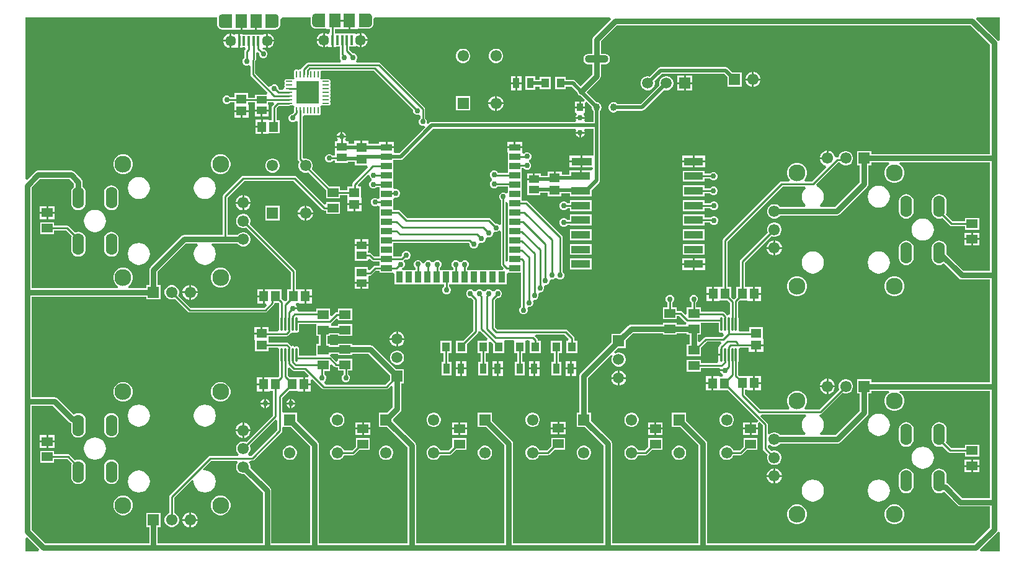
<source format=gtl>
G04*
G04 #@! TF.GenerationSoftware,Altium Limited,Altium Designer,25.2.1 (25)*
G04*
G04 Layer_Physical_Order=1*
G04 Layer_Color=255*
%FSLAX44Y44*%
%MOMM*%
G71*
G04*
G04 #@! TF.SameCoordinates,47AF1686-E751-4D8C-A91A-F2C49F431613*
G04*
G04*
G04 #@! TF.FilePolarity,Positive*
G04*
G01*
G75*
%ADD13C,0.2540*%
%ADD15C,0.5000*%
%ADD16R,1.5000X1.9000*%
%ADD17R,0.4000X1.3500*%
%ADD18R,0.9000X0.9000*%
%ADD19R,1.5000X0.9000*%
%ADD20R,0.9000X1.5000*%
%ADD21R,1.4562X1.3046*%
%ADD22R,1.3562X1.1046*%
%ADD23R,1.3046X1.4562*%
%ADD24R,1.1000X1.3000*%
%ADD25R,1.5082X1.2065*%
%ADD26R,0.9500X1.4500*%
%ADD27O,0.9500X0.2000*%
%ADD28R,3.1300X3.1300*%
%ADD29O,0.2000X0.9500*%
%ADD30O,0.3000X2.0000*%
%ADD31R,2.8000X1.1000*%
%ADD32R,2.6000X1.1000*%
G04:AMPARAMS|DCode=33|XSize=1.0043mm|YSize=3.1821mm|CornerRadius=0.4369mm|HoleSize=0mm|Usage=FLASHONLY|Rotation=90.000|XOffset=0mm|YOffset=0mm|HoleType=Round|Shape=RoundedRectangle|*
%AMROUNDEDRECTD33*
21,1,1.0043,2.3084,0,0,90.0*
21,1,0.1306,3.1821,0,0,90.0*
1,1,0.8737,1.1542,0.0653*
1,1,0.8737,1.1542,-0.0653*
1,1,0.8737,-1.1542,-0.0653*
1,1,0.8737,-1.1542,0.0653*
%
%ADD33ROUNDEDRECTD33*%
G04:AMPARAMS|DCode=34|XSize=1.0043mm|YSize=0.8721mm|CornerRadius=0.4361mm|HoleSize=0mm|Usage=FLASHONLY|Rotation=90.000|XOffset=0mm|YOffset=0mm|HoleType=Round|Shape=RoundedRectangle|*
%AMROUNDEDRECTD34*
21,1,1.0043,0.0000,0,0,90.0*
21,1,0.1322,0.8721,0,0,90.0*
1,1,0.8721,0.0000,0.0661*
1,1,0.8721,0.0000,-0.0661*
1,1,0.8721,0.0000,-0.0661*
1,1,0.8721,0.0000,0.0661*
%
%ADD34ROUNDEDRECTD34*%
%ADD35R,0.8721X1.0043*%
%ADD50C,1.5500*%
%ADD51R,1.5500X1.5500*%
%ADD54R,1.5500X1.5500*%
G04:AMPARAMS|DCode=56|XSize=2.95mm|YSize=1.6mm|CornerRadius=0.8mm|HoleSize=0mm|Usage=FLASHONLY|Rotation=90.000|XOffset=0mm|YOffset=0mm|HoleType=Round|Shape=RoundedRectangle|*
%AMROUNDEDRECTD56*
21,1,2.9500,0.0000,0,0,90.0*
21,1,1.3500,1.6000,0,0,90.0*
1,1,1.6000,0.0000,0.6750*
1,1,1.6000,0.0000,-0.6750*
1,1,1.6000,0.0000,-0.6750*
1,1,1.6000,0.0000,0.6750*
%
%ADD56ROUNDEDRECTD56*%
%ADD57C,2.3000*%
%ADD60C,0.7500*%
%ADD61C,1.4500*%
%ADD62C,0.4000*%
%ADD63R,1.5080X1.5080*%
%ADD64C,1.5080*%
%ADD65R,1.5080X1.5080*%
%ADD66C,0.7500*%
%ADD67C,0.5000*%
G36*
X483500Y731500D02*
X478500D01*
Y740500D01*
X483500D01*
X483500Y731500D01*
D02*
G37*
G36*
X406500Y731500D02*
X401500D01*
X401500Y740500D01*
X406500D01*
Y731500D01*
D02*
G37*
G36*
X356000Y730500D02*
X351000D01*
Y739500D01*
X356000D01*
X356000Y730500D01*
D02*
G37*
G36*
X279000Y730500D02*
X274000D01*
X274000Y739500D01*
X279000D01*
Y730500D01*
D02*
G37*
G36*
X478500Y726500D02*
X465500D01*
Y745500D01*
X478500D01*
Y726500D01*
D02*
G37*
G36*
X419500D02*
X406500D01*
Y745500D01*
X419500D01*
Y726500D01*
D02*
G37*
G36*
X351000Y725500D02*
X338000D01*
Y744500D01*
X351000D01*
Y725500D01*
D02*
G37*
G36*
X292000D02*
X279000D01*
Y744500D01*
X292000D01*
Y725500D01*
D02*
G37*
G36*
X809169Y737460D02*
X785854Y714146D01*
X784584Y712243D01*
X784137Y710000D01*
Y690096D01*
X778458D01*
X775973Y689602D01*
X773866Y688194D01*
X772459Y686088D01*
X771965Y683603D01*
Y682297D01*
X772459Y679812D01*
X773866Y677706D01*
X775973Y676298D01*
X778458Y675804D01*
X784137D01*
Y662428D01*
X767954Y646245D01*
X760955Y653244D01*
X759467Y654239D01*
X757711Y654588D01*
X748000D01*
Y658500D01*
X733000D01*
Y641500D01*
X748000D01*
Y645412D01*
X755810D01*
X763148Y638074D01*
X763439Y636612D01*
X764710Y634710D01*
X766612Y633439D01*
X768074Y633148D01*
X774120Y627102D01*
X773019Y624612D01*
X768370D01*
Y618320D01*
X774001D01*
Y623629D01*
X776491Y624731D01*
X783515Y617707D01*
Y616389D01*
X784008Y613907D01*
X785412Y611807D01*
Y597088D01*
X774576D01*
X774035Y597662D01*
X773119Y599628D01*
X773782Y601230D01*
X761218D01*
X761881Y599628D01*
X760965Y597662D01*
X760424Y597088D01*
X565000D01*
X563244Y596739D01*
X561756Y595744D01*
X560032Y594020D01*
X557878Y595459D01*
X558250Y596356D01*
Y598644D01*
X557375Y600757D01*
X555834Y602298D01*
Y615000D01*
X555580Y616276D01*
X554857Y617357D01*
X494857Y677357D01*
X493776Y678080D01*
X492500Y678334D01*
X462558D01*
X461506Y680874D01*
X462375Y681743D01*
X463250Y683856D01*
Y686144D01*
X462375Y688257D01*
X460757Y689875D01*
X458644Y690750D01*
X457192D01*
X452334Y695608D01*
Y700250D01*
X459500D01*
X459500Y700250D01*
X462040Y700848D01*
X463721Y699877D01*
X466211Y699210D01*
X466230D01*
Y709000D01*
Y718790D01*
X466211D01*
X463721Y718123D01*
X462040Y717152D01*
X459500Y717750D01*
Y717750D01*
X434040D01*
Y718290D01*
X432834D01*
Y723960D01*
X451230D01*
Y736000D01*
X453770D01*
Y723960D01*
X462540D01*
Y723960D01*
X465080Y724544D01*
X465500Y724461D01*
X478339D01*
X478500Y724440D01*
X480327Y724680D01*
X482030Y725386D01*
X483492Y726507D01*
X484614Y727970D01*
X485320Y729673D01*
X485560Y731500D01*
X485539Y731661D01*
X485539Y738204D01*
X487335Y740000D01*
X808117D01*
X809169Y737460D01*
D02*
G37*
G36*
X399461Y731663D02*
X399440Y731500D01*
X399680Y729673D01*
X400386Y727970D01*
X401507Y726507D01*
X402970Y725386D01*
X404673Y724680D01*
X406500Y724440D01*
X406661Y724461D01*
X419500D01*
X419920Y724544D01*
X422460Y723960D01*
X422460Y723960D01*
X426166D01*
Y720331D01*
X424960Y718290D01*
X422420Y717464D01*
X421279Y718123D01*
X418789Y718790D01*
X418770D01*
Y709000D01*
Y699210D01*
X418789D01*
X421279Y699877D01*
X422420Y700536D01*
X424960Y699710D01*
Y699710D01*
X428230D01*
Y709000D01*
X430770D01*
Y699710D01*
X434040D01*
Y700250D01*
X439166D01*
Y693891D01*
X439154Y693830D01*
Y688854D01*
X439408Y687578D01*
X439677Y687175D01*
X439250Y686144D01*
Y683856D01*
X440125Y681743D01*
X440994Y680874D01*
X439942Y678334D01*
X396541D01*
X395265Y678080D01*
X394183Y677357D01*
X387912Y671087D01*
X387190Y670005D01*
X385000Y669059D01*
X383829Y668826D01*
X382500Y668297D01*
X381171Y668826D01*
X380000Y669059D01*
X378829Y668826D01*
X377837Y668163D01*
X377174Y667170D01*
X376941Y666000D01*
Y658500D01*
X377174Y657329D01*
X377521Y656810D01*
X375690Y654979D01*
X375171Y655326D01*
X374000Y655559D01*
X366500D01*
X365330Y655326D01*
X364337Y654663D01*
X363674Y653671D01*
X363441Y652500D01*
X363674Y651329D01*
X364203Y650000D01*
X363674Y648671D01*
X363441Y647500D01*
X363674Y646329D01*
X363948Y645052D01*
X363165Y643881D01*
X362891Y642500D01*
X360632Y640834D01*
X357072D01*
X355750Y642157D01*
Y643644D01*
X354875Y645757D01*
X353257Y647375D01*
X351144Y648250D01*
X348856D01*
X346743Y647375D01*
X345125Y645757D01*
X345125Y645755D01*
X342128Y645159D01*
X323814Y663473D01*
Y680415D01*
X323857Y680459D01*
X324580Y681540D01*
X324834Y682816D01*
Y691859D01*
X327374Y692911D01*
X329250Y691035D01*
Y688856D01*
X330125Y686743D01*
X331743Y685125D01*
X333856Y684250D01*
X336144D01*
X338257Y685125D01*
X339875Y686743D01*
X340750Y688856D01*
Y691144D01*
X339875Y693257D01*
X338257Y694875D01*
X336144Y695750D01*
X334953D01*
X332884Y697842D01*
X332886Y698038D01*
X332922Y698101D01*
X336092Y698952D01*
X336221Y698877D01*
X338711Y698210D01*
X338730D01*
Y708000D01*
Y717790D01*
X338711D01*
X336221Y717123D01*
X334540Y716152D01*
X332000Y716750D01*
Y716750D01*
X306540D01*
Y717290D01*
X303270D01*
Y708000D01*
Y698710D01*
X306540D01*
Y699250D01*
X309601D01*
X310653Y696710D01*
X310142Y696200D01*
X309420Y695118D01*
X309166Y693842D01*
Y684798D01*
X307625Y683257D01*
X306750Y681144D01*
Y678856D01*
X307625Y676743D01*
X309243Y675125D01*
X311356Y674250D01*
X313644D01*
X314606Y674649D01*
X317146Y673195D01*
Y662092D01*
X317400Y660816D01*
X318123Y659735D01*
X340736Y637121D01*
X339684Y634581D01*
X323719D01*
Y630392D01*
X314281D01*
Y636581D01*
X295719D01*
Y630834D01*
X289798D01*
X288257Y632375D01*
X286144Y633250D01*
X283856D01*
X281743Y632375D01*
X280125Y630757D01*
X279250Y628644D01*
Y626356D01*
X280125Y624243D01*
X281743Y622625D01*
X283856Y621750D01*
X286144D01*
X288257Y622625D01*
X289798Y624166D01*
X295719D01*
Y621005D01*
X295179D01*
Y613212D01*
X314821D01*
Y621005D01*
X314281D01*
Y623724D01*
X323719D01*
Y621005D01*
X323179D01*
Y614212D01*
X341821D01*
Y621005D01*
X341281D01*
Y624166D01*
X348632D01*
X349604Y621819D01*
X347643Y619857D01*
X346920Y618776D01*
X346666Y617500D01*
Y599879D01*
X342000D01*
Y600419D01*
X334207D01*
Y590598D01*
Y580777D01*
X342000D01*
Y581317D01*
X357576D01*
Y599879D01*
X353334D01*
Y616119D01*
X356381Y619166D01*
X370250D01*
X371526Y619420D01*
X371558Y619441D01*
X374000D01*
X375171Y619674D01*
X375690Y620021D01*
X377521Y618190D01*
X377174Y617671D01*
X376941Y616500D01*
Y614058D01*
X376920Y614026D01*
X376666Y612750D01*
Y610921D01*
X373995Y608250D01*
X373856D01*
X371743Y607375D01*
X370125Y605757D01*
X369250Y603644D01*
Y601356D01*
X370125Y599243D01*
X371743Y597625D01*
X373856Y596750D01*
X376144D01*
X378257Y597625D01*
X379126Y598494D01*
X381666Y597442D01*
Y546348D01*
X381920Y545072D01*
X382643Y543991D01*
X384130Y542503D01*
X383414Y541263D01*
X382750Y538784D01*
Y536216D01*
X383414Y533737D01*
X384698Y531513D01*
X386513Y529698D01*
X388737Y528414D01*
X391216Y527750D01*
X393784D01*
X395953Y528331D01*
X420459Y503826D01*
Y492476D01*
X439541D01*
Y497155D01*
X449898D01*
Y493437D01*
X449358D01*
Y485644D01*
X469000D01*
Y493437D01*
X468460D01*
Y509012D01*
X464820D01*
X463768Y511553D01*
X477210Y524995D01*
X479750Y523943D01*
Y523356D01*
X480625Y521243D01*
X482243Y519625D01*
X482236Y516879D01*
X481743Y516675D01*
X480125Y515057D01*
X479250Y512944D01*
Y510656D01*
X480125Y508543D01*
X481743Y506925D01*
X483856Y506050D01*
X486144D01*
X488257Y506925D01*
X489798Y508466D01*
X493550D01*
Y493174D01*
X492255Y492356D01*
X491010Y492122D01*
X490757Y492375D01*
X488644Y493250D01*
X486356D01*
X484243Y492375D01*
X482625Y490757D01*
X481750Y488644D01*
Y486356D01*
X482625Y484243D01*
X484243Y482625D01*
X486356Y481750D01*
X488644D01*
X490757Y482625D01*
X491010Y482878D01*
X493550Y481826D01*
Y467200D01*
Y454500D01*
Y441800D01*
Y429100D01*
Y413534D01*
X486181D01*
X482720Y416995D01*
X481638Y417718D01*
X480363Y417971D01*
X477541D01*
Y420690D01*
X478081D01*
Y427483D01*
X459439D01*
Y420690D01*
X459979D01*
Y407114D01*
X477541D01*
Y409152D01*
X480081Y410204D01*
X482443Y407842D01*
X483524Y407120D01*
X484800Y406866D01*
X493550D01*
Y400834D01*
X487500D01*
X486224Y400580D01*
X485143Y399857D01*
X480081Y394796D01*
X477541Y395848D01*
Y398885D01*
X459979D01*
Y385309D01*
X459439D01*
Y378516D01*
X478081D01*
Y385309D01*
X479294Y387347D01*
X480681D01*
X481957Y387601D01*
X483038Y388323D01*
X488881Y394166D01*
X493550D01*
Y391000D01*
X512550D01*
X514200Y389143D01*
Y375500D01*
X581666D01*
Y372298D01*
X580125Y370757D01*
X579250Y368644D01*
Y366356D01*
X580125Y364243D01*
X581743Y362625D01*
X583856Y361750D01*
X586144D01*
X588257Y362625D01*
X589875Y364243D01*
X590750Y366356D01*
Y368644D01*
X589875Y370757D01*
X588334Y372298D01*
Y375500D01*
X666900D01*
Y389143D01*
X668550Y391000D01*
X686946D01*
Y344959D01*
X686743Y344875D01*
X685125Y343257D01*
X684250Y341144D01*
Y338856D01*
X685125Y336743D01*
X686743Y335125D01*
X688856Y334250D01*
X691144D01*
X693257Y335125D01*
X694875Y336743D01*
X695750Y338856D01*
Y341144D01*
X695435Y341903D01*
X695673Y342508D01*
X697200Y344250D01*
X698644D01*
X700757Y345125D01*
X702375Y346743D01*
X703250Y348856D01*
Y351144D01*
X702935Y351903D01*
X703173Y352508D01*
X704700Y354250D01*
X706144D01*
X708257Y355125D01*
X709875Y356743D01*
X710750Y358856D01*
Y361144D01*
X710435Y361903D01*
X710673Y362508D01*
X712200Y364250D01*
X713644D01*
X715757Y365125D01*
X717375Y366743D01*
X718250Y368856D01*
Y371144D01*
X717935Y371903D01*
X718173Y372508D01*
X719700Y374250D01*
X721144D01*
X723257Y375125D01*
X724875Y376743D01*
X725750Y378856D01*
Y379882D01*
X727606Y381665D01*
X728097Y381803D01*
X730037D01*
X732150Y382679D01*
X732768Y383296D01*
X734482Y383985D01*
X736079Y383289D01*
X736743Y382625D01*
X738856Y381750D01*
X741144D01*
X743257Y382625D01*
X744875Y384243D01*
X745750Y386356D01*
Y388644D01*
X744875Y390757D01*
X743547Y392085D01*
Y439787D01*
X743293Y441063D01*
X742570Y442145D01*
X695957Y488758D01*
X694876Y489480D01*
X693600Y489734D01*
X687550D01*
Y505300D01*
Y518000D01*
Y530700D01*
Y533925D01*
X690090Y533978D01*
X691593Y532475D01*
X693706Y531600D01*
X695994D01*
X698107Y532475D01*
X699725Y534093D01*
X700600Y536206D01*
Y538494D01*
X699725Y540607D01*
X698107Y542225D01*
X697999Y542269D01*
Y545019D01*
X698257Y545125D01*
X699875Y546743D01*
X700750Y548856D01*
Y551144D01*
X699875Y553257D01*
X698257Y554875D01*
X696144Y555750D01*
X693856D01*
X691743Y554875D01*
X691008Y554139D01*
X688247Y554854D01*
X688090Y555560D01*
X688090D01*
Y561330D01*
X668010D01*
Y555560D01*
X668550D01*
Y543400D01*
Y527834D01*
X655050D01*
X654875Y528257D01*
X653257Y529875D01*
X651144Y530750D01*
X648856D01*
X646743Y529875D01*
X645125Y528257D01*
X644250Y526144D01*
Y523856D01*
X645125Y521743D01*
X646743Y520125D01*
X646745Y520125D01*
Y517375D01*
X646743Y517375D01*
X645125Y515757D01*
X644250Y513644D01*
Y511356D01*
X645125Y509243D01*
X646743Y507625D01*
X648856Y506750D01*
X651144D01*
X653257Y507625D01*
X654798Y509166D01*
X668550D01*
Y500674D01*
X666010Y499622D01*
X665757Y499875D01*
X663644Y500750D01*
X661356D01*
X659243Y499875D01*
X657625Y498257D01*
X656750Y496144D01*
Y493856D01*
X657625Y491743D01*
X659166Y490202D01*
Y457558D01*
X656626Y456506D01*
X655757Y457375D01*
X653644Y458250D01*
X651465D01*
X645048Y464668D01*
X643966Y465390D01*
X642690Y465644D01*
X531571D01*
X521157Y476058D01*
X520076Y476780D01*
X518800Y477034D01*
X512550D01*
Y491950D01*
X514336Y493959D01*
X516624D01*
X518737Y494835D01*
X520355Y496452D01*
X521230Y498566D01*
Y500853D01*
X520355Y502966D01*
X518737Y504584D01*
X516624Y505459D01*
X514336D01*
X512550Y507469D01*
Y518000D01*
Y530700D01*
Y545312D01*
X522400D01*
X524156Y545661D01*
X525644Y546656D01*
X566900Y587912D01*
X760424D01*
X760965Y587338D01*
X761881Y585372D01*
X761218Y583770D01*
X773782D01*
X773119Y585372D01*
X774035Y587338D01*
X774576Y587912D01*
X785412D01*
Y550996D01*
X770575D01*
Y542956D01*
Y534916D01*
X784229D01*
X784754Y533159D01*
X783086Y530996D01*
X769575D01*
Y522956D01*
X767035D01*
Y530996D01*
X752765D01*
Y524958D01*
X742545D01*
Y529433D01*
X733994D01*
Y520370D01*
X731454D01*
Y529433D01*
X722903D01*
Y523575D01*
X713626D01*
Y527050D01*
X705575D01*
Y518987D01*
X704305D01*
Y517717D01*
X694984D01*
Y510924D01*
X695524D01*
Y497348D01*
X713086D01*
Y500283D01*
X723443D01*
Y495731D01*
X742005D01*
Y499666D01*
X753305D01*
Y495456D01*
X783305D01*
Y503967D01*
X793244Y513907D01*
X794239Y515395D01*
X794588Y517151D01*
Y592500D01*
Y611807D01*
X795992Y613907D01*
X796485Y616389D01*
Y617711D01*
X795992Y620193D01*
X794586Y622297D01*
X792482Y623702D01*
X790004Y624195D01*
X776245Y637954D01*
X794146Y655854D01*
X795416Y657757D01*
X795863Y660000D01*
Y675804D01*
X801542D01*
X804027Y676298D01*
X806133Y677706D01*
X807541Y679812D01*
X808035Y682297D01*
Y683603D01*
X807541Y686088D01*
X806133Y688194D01*
X804027Y689602D01*
X801542Y690096D01*
X795863D01*
Y707572D01*
X817428Y729137D01*
X1300072D01*
X1326637Y702572D01*
Y553363D01*
X1164750D01*
Y557250D01*
X1145250D01*
Y537750D01*
X1149137D01*
Y514928D01*
X1115072Y480863D01*
X1095388D01*
X1094526Y483403D01*
X1095698Y484302D01*
X1098102Y487435D01*
X1099614Y491084D01*
X1100129Y495000D01*
X1099614Y498916D01*
X1098102Y502565D01*
X1095698Y505698D01*
X1092565Y508102D01*
X1090394Y509002D01*
X1089760Y511961D01*
X1119571Y541771D01*
X1122170Y541561D01*
X1122198Y541513D01*
X1124013Y539698D01*
X1126237Y538414D01*
X1128716Y537750D01*
X1131284D01*
X1133763Y538414D01*
X1135987Y539698D01*
X1137802Y541513D01*
X1139085Y543737D01*
X1139750Y546216D01*
Y548784D01*
X1139085Y551263D01*
X1137802Y553487D01*
X1135987Y555302D01*
X1133763Y556586D01*
X1131284Y557250D01*
X1128716D01*
X1126237Y556586D01*
X1124013Y555302D01*
X1122198Y553487D01*
X1120915Y551263D01*
X1120250Y548784D01*
Y548689D01*
X1118440D01*
X1117830Y548568D01*
X1116826Y548681D01*
X1114976Y550028D01*
X1114589Y551472D01*
X1113234Y553818D01*
X1111318Y555734D01*
X1108972Y557089D01*
X1106355Y557790D01*
X1106270D01*
Y547500D01*
X1105000D01*
Y546230D01*
X1094710D01*
Y546145D01*
X1095411Y543528D01*
X1096766Y541182D01*
X1098682Y539266D01*
X1101028Y537911D01*
X1102338Y537560D01*
X1103147Y534777D01*
X1083996Y515626D01*
X1074310D01*
X1073258Y518167D01*
X1074303Y519211D01*
X1076080Y522289D01*
X1077000Y525723D01*
Y529277D01*
X1076080Y532711D01*
X1074303Y535789D01*
X1071789Y538303D01*
X1068711Y540080D01*
X1065277Y541000D01*
X1061723D01*
X1058289Y540080D01*
X1055211Y538303D01*
X1052697Y535789D01*
X1050920Y532711D01*
X1050000Y529277D01*
Y525723D01*
X1050920Y522289D01*
X1052697Y519211D01*
X1053742Y518167D01*
X1052690Y515626D01*
X1042292D01*
X1041016Y515373D01*
X1039935Y514650D01*
X962579Y437294D01*
X961857Y436213D01*
X961603Y434937D01*
Y371562D01*
X957884D01*
Y372102D01*
X950091D01*
Y362281D01*
Y352460D01*
X957884D01*
Y353000D01*
X968745D01*
X971666Y350079D01*
Y335327D01*
X970231Y333382D01*
X967610Y333181D01*
X967270Y333691D01*
X964333Y336628D01*
X963252Y337350D01*
X961976Y337604D01*
X932041D01*
Y343541D01*
X925834D01*
Y350202D01*
X927375Y351743D01*
X928250Y353856D01*
Y356144D01*
X927375Y358257D01*
X925757Y359875D01*
X923644Y360750D01*
X921356D01*
X919243Y359875D01*
X917625Y358257D01*
X916750Y356144D01*
Y353856D01*
X917625Y351743D01*
X919166Y350202D01*
Y343541D01*
X912959D01*
Y334885D01*
X910612Y333913D01*
X906659Y337866D01*
X905578Y338589D01*
X904302Y338843D01*
X899541D01*
Y343541D01*
X893334D01*
Y350202D01*
X894875Y351743D01*
X895750Y353856D01*
Y356144D01*
X894875Y358257D01*
X893257Y359875D01*
X891144Y360750D01*
X888856D01*
X886743Y359875D01*
X885125Y358257D01*
X884250Y356144D01*
Y353856D01*
X885125Y351743D01*
X886666Y350202D01*
Y343541D01*
X880459D01*
Y327476D01*
X899541D01*
Y332174D01*
X902921D01*
X911247Y323848D01*
X912480Y322894D01*
X911996Y320354D01*
X899541D01*
Y322524D01*
X880459D01*
Y320354D01*
X836991D01*
X834748Y319908D01*
X832846Y318637D01*
X821649Y307440D01*
X810460D01*
Y296251D01*
X768354Y254146D01*
X767084Y252243D01*
X766637Y250000D01*
Y199750D01*
X762750D01*
Y180250D01*
X773959D01*
X799137Y155072D01*
Y20863D01*
X675863D01*
Y157500D01*
X675416Y159743D01*
X674146Y161646D01*
X647250Y188541D01*
Y199750D01*
X627750D01*
Y180250D01*
X638959D01*
X664137Y155072D01*
Y20863D01*
X543363D01*
Y155000D01*
X542916Y157243D01*
X541646Y159145D01*
X512250Y188541D01*
Y191459D01*
X521646Y200854D01*
X522916Y202757D01*
X523363Y205000D01*
Y240060D01*
X527040D01*
Y259140D01*
X516251D01*
X484989Y290402D01*
X483087Y291673D01*
X480843Y292119D01*
X456129D01*
Y294289D01*
X437047D01*
Y291865D01*
X426129D01*
Y293780D01*
X422450D01*
Y304707D01*
X426129D01*
Y306877D01*
X437047D01*
Y304707D01*
X456129D01*
Y320772D01*
X437047D01*
Y318602D01*
X427925D01*
X427558Y318969D01*
X427574Y321890D01*
X427841Y322097D01*
X434506Y328762D01*
X437047Y327710D01*
Y325724D01*
X456129D01*
Y341789D01*
X437047D01*
Y337091D01*
X434786D01*
X433510Y336837D01*
X432428Y336114D01*
X428475Y332161D01*
X426129Y333133D01*
Y341789D01*
X407047D01*
Y337604D01*
X382318D01*
X380832Y340144D01*
X381282Y341230D01*
X375000D01*
Y343770D01*
X381282D01*
X380332Y346063D01*
X379354Y347041D01*
X380406Y349581D01*
X383160D01*
Y349041D01*
X390953D01*
Y358862D01*
Y368683D01*
X383160D01*
Y368143D01*
X379441D01*
Y393143D01*
X379188Y394418D01*
X378465Y395500D01*
X316363Y457602D01*
X316586Y457987D01*
X317250Y460466D01*
Y463034D01*
X316586Y465513D01*
X315302Y467737D01*
X313487Y469552D01*
X311263Y470835D01*
X308784Y471500D01*
X306216D01*
X303737Y470835D01*
X301513Y469552D01*
X299698Y467737D01*
X298414Y465513D01*
X297750Y463034D01*
Y460466D01*
X298414Y457987D01*
X299698Y455763D01*
X301513Y453948D01*
X303737Y452664D01*
X306216Y452000D01*
X308784D01*
X311263Y452664D01*
X311648Y452887D01*
X372773Y391762D01*
Y368143D01*
X367584D01*
Y354296D01*
X365578Y352290D01*
X365078Y352198D01*
X362457Y352761D01*
X362357Y352910D01*
X360214Y355054D01*
Y368143D01*
X344638D01*
Y368683D01*
X336845D01*
Y358862D01*
Y349041D01*
X338507D01*
X339479Y346694D01*
X336119Y343334D01*
X235631D01*
X218863Y360102D01*
X219086Y360487D01*
X219750Y362966D01*
Y365534D01*
X219086Y368013D01*
X217802Y370237D01*
X215987Y372052D01*
X213763Y373335D01*
X211284Y374000D01*
X208716D01*
X206237Y373335D01*
X204013Y372052D01*
X202198Y370237D01*
X200914Y368013D01*
X200250Y365534D01*
Y362966D01*
X200914Y360487D01*
X202198Y358263D01*
X204013Y356448D01*
X206237Y355164D01*
X208716Y354500D01*
X211284D01*
X213763Y355164D01*
X214148Y355387D01*
X231892Y337643D01*
X232974Y336920D01*
X234250Y336666D01*
X337500D01*
X338776Y336920D01*
X339857Y337643D01*
X349328Y347113D01*
X350050Y348194D01*
X350304Y349470D01*
Y349581D01*
X356256D01*
X356666Y349171D01*
Y330679D01*
X356431Y329500D01*
Y312500D01*
X354127Y311064D01*
X342321D01*
Y317121D01*
X333770D01*
Y308058D01*
X332500D01*
Y306788D01*
X322679D01*
Y298995D01*
X323219D01*
Y283419D01*
X341781D01*
Y288936D01*
X354127D01*
X356431Y287500D01*
Y270500D01*
X356666Y269321D01*
Y249585D01*
X354987Y247906D01*
X344126D01*
Y248446D01*
X336333D01*
Y238625D01*
Y228804D01*
X344126D01*
Y229344D01*
X347845D01*
Y195810D01*
X311648Y159613D01*
X311263Y159836D01*
X308784Y160500D01*
X306216D01*
X303737Y159836D01*
X301513Y158552D01*
X299698Y156737D01*
X298414Y154513D01*
X297750Y152034D01*
Y149466D01*
X298414Y146987D01*
X299698Y144763D01*
X301097Y143364D01*
X300708Y141651D01*
X300190Y140817D01*
X262045Y140543D01*
X261419Y140413D01*
X260794Y140289D01*
X260784Y140282D01*
X260772Y140280D01*
X260242Y139920D01*
X259712Y139566D01*
X207642Y87497D01*
X206920Y86415D01*
X206666Y85139D01*
Y62450D01*
X206237Y62336D01*
X204013Y61052D01*
X202198Y59237D01*
X200914Y57013D01*
X200250Y54534D01*
Y51966D01*
X200914Y49487D01*
X202198Y47263D01*
X204013Y45448D01*
X206237Y44165D01*
X208716Y43500D01*
X211284D01*
X213763Y44165D01*
X215987Y45448D01*
X217802Y47263D01*
X219086Y49487D01*
X219750Y51966D01*
Y54534D01*
X219086Y57013D01*
X217802Y59237D01*
X215987Y61052D01*
X213763Y62336D01*
X213334Y62450D01*
Y83758D01*
X237609Y108033D01*
X240015Y106847D01*
X239871Y105750D01*
X240386Y101834D01*
X241898Y98185D01*
X244302Y95052D01*
X247435Y92647D01*
X251084Y91136D01*
X255000Y90620D01*
X258916Y91136D01*
X262565Y92647D01*
X265698Y95052D01*
X268102Y98185D01*
X269614Y101834D01*
X270129Y105750D01*
X269614Y109666D01*
X268102Y113315D01*
X265698Y116448D01*
X262565Y118852D01*
X258916Y120364D01*
X255000Y120879D01*
X253903Y120735D01*
X252717Y123141D01*
X263461Y133884D01*
X298506Y134137D01*
X299473Y132190D01*
X299622Y131605D01*
X298414Y129513D01*
X297750Y127034D01*
Y124466D01*
X298414Y121987D01*
X299698Y119763D01*
X301513Y117948D01*
X303737Y116664D01*
X306216Y116000D01*
X308784D01*
X308922Y116037D01*
X334137Y90822D01*
Y20863D01*
X190863D01*
Y43500D01*
X194750D01*
Y63000D01*
X175250D01*
Y43500D01*
X179137D01*
Y20863D01*
X37428D01*
X18363Y39928D01*
Y209137D01*
X47572D01*
X69978Y186731D01*
X71880Y185460D01*
X72414Y185354D01*
Y175750D01*
X72757Y173139D01*
X73765Y170707D01*
X75368Y168618D01*
X77457Y167015D01*
X79889Y166007D01*
X82500Y165664D01*
X85111Y166007D01*
X87543Y167015D01*
X89632Y168618D01*
X91235Y170707D01*
X92243Y173139D01*
X92586Y175750D01*
Y189250D01*
X92243Y191861D01*
X91235Y194293D01*
X89632Y196382D01*
X87543Y197985D01*
X85111Y198993D01*
X82500Y199336D01*
X79889Y198993D01*
X77457Y197985D01*
X76240Y197051D01*
X54145Y219146D01*
X52243Y220416D01*
X50000Y220863D01*
X18363D01*
Y358387D01*
X175250D01*
Y354500D01*
X194750D01*
Y374000D01*
X190863D01*
Y392572D01*
X229178Y430887D01*
X244612D01*
X245474Y428347D01*
X244302Y427448D01*
X241898Y424315D01*
X240386Y420666D01*
X239871Y416750D01*
X240386Y412834D01*
X241898Y409185D01*
X244302Y406052D01*
X247435Y403647D01*
X251084Y402136D01*
X255000Y401621D01*
X258916Y402136D01*
X262565Y403647D01*
X265698Y406052D01*
X268102Y409185D01*
X269614Y412834D01*
X270129Y416750D01*
X269614Y420666D01*
X268102Y424315D01*
X265698Y427448D01*
X264526Y428347D01*
X265388Y430887D01*
X299627D01*
X299698Y430763D01*
X301513Y428948D01*
X303737Y427664D01*
X306216Y427000D01*
X308784D01*
X311263Y427664D01*
X313487Y428948D01*
X315302Y430763D01*
X316586Y432987D01*
X317250Y435466D01*
Y438034D01*
X316586Y440513D01*
X315302Y442737D01*
X313487Y444552D01*
X311263Y445835D01*
X308784Y446500D01*
X306216D01*
X303737Y445835D01*
X301513Y444552D01*
X299698Y442737D01*
X299627Y442613D01*
X285834D01*
Y493619D01*
X308881Y516666D01*
X376119D01*
X415651Y477134D01*
X416733Y476411D01*
X418009Y476157D01*
X420459D01*
Y471459D01*
X439541D01*
Y487524D01*
X420459D01*
Y485348D01*
X417919Y484296D01*
X379857Y522357D01*
X378776Y523080D01*
X377500Y523334D01*
X307500D01*
X306224Y523080D01*
X305142Y522358D01*
X280142Y497357D01*
X279420Y496276D01*
X279166Y495000D01*
Y442613D01*
X226750D01*
X224506Y442166D01*
X222605Y440896D01*
X180854Y399146D01*
X179584Y397243D01*
X179137Y395000D01*
Y374000D01*
X175250D01*
Y370113D01*
X151093D01*
X150413Y372653D01*
X151789Y373447D01*
X154303Y375961D01*
X156080Y379039D01*
X157000Y382473D01*
Y386027D01*
X156080Y389461D01*
X154303Y392539D01*
X151789Y395053D01*
X148711Y396830D01*
X145277Y397750D01*
X141723D01*
X138289Y396830D01*
X135211Y395053D01*
X132697Y392539D01*
X130920Y389461D01*
X130000Y386027D01*
Y382473D01*
X130920Y379039D01*
X132697Y375961D01*
X135211Y373447D01*
X136587Y372653D01*
X135907Y370113D01*
X18363D01*
X18363Y507572D01*
X29928Y519137D01*
X70072D01*
X76637Y512572D01*
Y508356D01*
X75368Y507382D01*
X73765Y505293D01*
X72757Y502860D01*
X72414Y500250D01*
Y486750D01*
X72757Y484140D01*
X73765Y481707D01*
X75368Y479618D01*
X77457Y478015D01*
X79889Y477007D01*
X82500Y476664D01*
X85111Y477007D01*
X87543Y478015D01*
X89632Y479618D01*
X91235Y481707D01*
X92243Y484140D01*
X92586Y486750D01*
Y500250D01*
X92243Y502860D01*
X91235Y505293D01*
X89632Y507382D01*
X88363Y508356D01*
Y515000D01*
X87916Y517244D01*
X86645Y519146D01*
X76645Y529146D01*
X74744Y530416D01*
X72500Y530863D01*
X27500D01*
X25257Y530416D01*
X23354Y529146D01*
X12347Y518138D01*
X10000Y519110D01*
Y740000D01*
X271501D01*
X271940Y739500D01*
X271961Y739339D01*
X271961Y730663D01*
X271940Y730500D01*
X272180Y728673D01*
X272885Y726970D01*
X274008Y725508D01*
X275470Y724386D01*
X277173Y723680D01*
X279000Y723440D01*
X279161Y723461D01*
X292000D01*
X292420Y723544D01*
X294960Y722960D01*
X294960Y722960D01*
X303730D01*
Y735000D01*
X306270D01*
Y722960D01*
X323730D01*
Y735000D01*
X326270D01*
Y722960D01*
X335040D01*
Y722960D01*
X337580Y723544D01*
X338000Y723461D01*
X350839D01*
X351000Y723440D01*
X352827Y723680D01*
X354530Y724386D01*
X355993Y725508D01*
X357114Y726970D01*
X357820Y728673D01*
X358060Y730500D01*
X358039Y730661D01*
X358039Y737460D01*
X360305Y740000D01*
X399461D01*
X399461Y731663D01*
D02*
G37*
G36*
X1340000Y708697D02*
X1337460Y707926D01*
X1336646Y709146D01*
X1308331Y737460D01*
X1309383Y740000D01*
X1340000D01*
Y708697D01*
D02*
G37*
G36*
X539250Y613535D02*
Y611356D01*
X540125Y609243D01*
X541743Y607625D01*
X543856Y606750D01*
X546144D01*
X546626Y606950D01*
X549166Y605252D01*
Y602298D01*
X547625Y600757D01*
X546750Y598644D01*
Y596356D01*
X547625Y594243D01*
X549243Y592625D01*
X551356Y591750D01*
X553644D01*
X554541Y592122D01*
X555980Y589968D01*
X520499Y554488D01*
X515186D01*
X513090Y555560D01*
Y561330D01*
X503050D01*
Y562600D01*
X501780D01*
Y569640D01*
X493010D01*
Y567188D01*
X478550D01*
Y571238D01*
X469999D01*
Y562175D01*
X467459D01*
Y571238D01*
X458908D01*
Y567188D01*
X450979D01*
Y570750D01*
X447553D01*
X446501Y573290D01*
X446961Y573750D01*
X447911Y576043D01*
X435346D01*
X436296Y573750D01*
X436756Y573290D01*
X435704Y570750D01*
X432337D01*
Y563957D01*
X441658D01*
Y561417D01*
X432337D01*
Y554624D01*
X432877D01*
Y551312D01*
X429319D01*
X428257Y552375D01*
X426144Y553250D01*
X423856D01*
X421743Y552375D01*
X420125Y550757D01*
X419250Y548644D01*
Y546356D01*
X420125Y544243D01*
X421743Y542625D01*
X423856Y541750D01*
X426144D01*
X428257Y542625D01*
X429875Y544243D01*
X430041Y544644D01*
X432877D01*
Y541048D01*
X450439D01*
Y542727D01*
X459448D01*
Y537536D01*
X476729D01*
X477781Y534996D01*
X456977Y514192D01*
X456254Y513111D01*
X456001Y511835D01*
Y509012D01*
X449898D01*
Y503823D01*
X439541D01*
Y508541D01*
X425174D01*
X400997Y532718D01*
X401586Y533737D01*
X402250Y536216D01*
Y538784D01*
X401586Y541263D01*
X400302Y543487D01*
X398487Y545302D01*
X396263Y546586D01*
X393784Y547250D01*
X391216D01*
X390608Y547087D01*
X388334Y548943D01*
Y603683D01*
X390000Y605941D01*
X391171Y606174D01*
X392500Y606703D01*
X393829Y606174D01*
X395000Y605941D01*
X396171Y606174D01*
X397500Y606703D01*
X398829Y606174D01*
X400000Y605941D01*
X401171Y606174D01*
X402500Y606703D01*
X403829Y606174D01*
X405000Y605941D01*
X406171Y606174D01*
X407500Y606703D01*
X408829Y606174D01*
X410000Y605941D01*
X411171Y606174D01*
X412163Y606837D01*
X412826Y607829D01*
X413059Y609000D01*
Y616500D01*
X412826Y617671D01*
X412479Y618190D01*
X414310Y620021D01*
X414829Y619674D01*
X416000Y619441D01*
X423500D01*
X424671Y619674D01*
X425663Y620337D01*
X426326Y621329D01*
X426559Y622500D01*
X426326Y623671D01*
X425797Y625000D01*
X426326Y626329D01*
X426559Y627500D01*
X426326Y628671D01*
X425797Y630000D01*
X426326Y631329D01*
X426559Y632500D01*
X426326Y633671D01*
X425797Y635000D01*
X426326Y636329D01*
X426559Y637500D01*
X426326Y638671D01*
X425797Y640000D01*
X426326Y641329D01*
X426559Y642500D01*
X426326Y643671D01*
X425797Y645000D01*
X426326Y646329D01*
X426559Y647500D01*
X426326Y648671D01*
X425797Y650000D01*
X426326Y651329D01*
X426559Y652500D01*
X426326Y653671D01*
X425663Y654663D01*
X424671Y655326D01*
X423500Y655559D01*
X416000D01*
X414829Y655326D01*
X414310Y654979D01*
X412479Y656810D01*
X412826Y657329D01*
X413059Y658500D01*
Y666000D01*
X413827Y666936D01*
X485849D01*
X539250Y613535D01*
D02*
G37*
G36*
X1326637Y393363D02*
X1290678D01*
X1267586Y416455D01*
Y425000D01*
X1267243Y427611D01*
X1266235Y430043D01*
X1264632Y432132D01*
X1262543Y433735D01*
X1260110Y434743D01*
X1257500Y435086D01*
X1254890Y434743D01*
X1252457Y433735D01*
X1250368Y432132D01*
X1248765Y430043D01*
X1247757Y427611D01*
X1247414Y425000D01*
Y411500D01*
X1247757Y408890D01*
X1248765Y406457D01*
X1250368Y404368D01*
X1252457Y402765D01*
X1254890Y401757D01*
X1257500Y401414D01*
X1260110Y401757D01*
X1262543Y402765D01*
X1263760Y403699D01*
X1284104Y383354D01*
X1286006Y382084D01*
X1288250Y381637D01*
X1326637D01*
Y241613D01*
X1164750D01*
Y245500D01*
X1145250D01*
Y226000D01*
X1149137D01*
Y202428D01*
X1115822Y169113D01*
X1095388D01*
X1094526Y171653D01*
X1095698Y172552D01*
X1098102Y175685D01*
X1099614Y179334D01*
X1100129Y183250D01*
X1099614Y187166D01*
X1098102Y190815D01*
X1095698Y193948D01*
X1094189Y195106D01*
X1095051Y197646D01*
X1095230D01*
X1096506Y197900D01*
X1097588Y198622D01*
X1125852Y226887D01*
X1126237Y226665D01*
X1128716Y226000D01*
X1131284D01*
X1133763Y226665D01*
X1135987Y227948D01*
X1137802Y229763D01*
X1139085Y231987D01*
X1139750Y234466D01*
Y237034D01*
X1139085Y239513D01*
X1137802Y241737D01*
X1135987Y243552D01*
X1133763Y244835D01*
X1131284Y245500D01*
X1128716D01*
X1126237Y244835D01*
X1124013Y243552D01*
X1122198Y241737D01*
X1120915Y239513D01*
X1120250Y237034D01*
Y234466D01*
X1120915Y231987D01*
X1121137Y231602D01*
X1093849Y204314D01*
X1074748D01*
X1073696Y206854D01*
X1074303Y207461D01*
X1076080Y210539D01*
X1077000Y213973D01*
Y217527D01*
X1076080Y220961D01*
X1074303Y224039D01*
X1071789Y226553D01*
X1068711Y228330D01*
X1065277Y229250D01*
X1061723D01*
X1058289Y228330D01*
X1055211Y226553D01*
X1052697Y224039D01*
X1050920Y220961D01*
X1050000Y217527D01*
Y213973D01*
X1050920Y210539D01*
X1052697Y207461D01*
X1053304Y206854D01*
X1052252Y204314D01*
X1012901D01*
X992155Y225060D01*
Y231160D01*
X995874D01*
Y230620D01*
X1003667D01*
Y240441D01*
Y250262D01*
X995874D01*
Y249722D01*
X985013D01*
X983334Y251401D01*
Y269321D01*
X983569Y270500D01*
Y287500D01*
X985873Y288936D01*
X997679D01*
Y282879D01*
X1006230D01*
Y291942D01*
X1007500D01*
Y293212D01*
X1017321D01*
Y301005D01*
X1016781D01*
Y316581D01*
X998219D01*
Y310746D01*
X985809D01*
X983569Y312500D01*
Y329500D01*
X983334Y330679D01*
Y351321D01*
X985013Y353000D01*
X995874D01*
Y352460D01*
X1003667D01*
Y362281D01*
Y372102D01*
X995874D01*
Y371562D01*
X992155D01*
Y404940D01*
X1028352Y441137D01*
X1028737Y440914D01*
X1031216Y440250D01*
X1033784D01*
X1036263Y440914D01*
X1038487Y442198D01*
X1040302Y444013D01*
X1041585Y446237D01*
X1042250Y448716D01*
Y451284D01*
X1041585Y453763D01*
X1040302Y455987D01*
X1038487Y457802D01*
X1036263Y459086D01*
X1033784Y459750D01*
X1031216D01*
X1028737Y459086D01*
X1026513Y457802D01*
X1024698Y455987D01*
X1023415Y453763D01*
X1022750Y451284D01*
Y448716D01*
X1023415Y446237D01*
X1023637Y445852D01*
X986464Y408679D01*
X985741Y407597D01*
X985487Y406321D01*
Y371562D01*
X980298D01*
Y357715D01*
X977643Y355060D01*
X976252Y354923D01*
X973460Y357715D01*
Y371562D01*
X968271D01*
Y433556D01*
X1043673Y508958D01*
X1074378D01*
X1075240Y506418D01*
X1074302Y505698D01*
X1071898Y502565D01*
X1070386Y498916D01*
X1069871Y495000D01*
X1070386Y491084D01*
X1071898Y487435D01*
X1074302Y484302D01*
X1075474Y483403D01*
X1074612Y480863D01*
X1040374D01*
X1040302Y480987D01*
X1038487Y482802D01*
X1036263Y484086D01*
X1033784Y484750D01*
X1031216D01*
X1028737Y484086D01*
X1026513Y482802D01*
X1024698Y480987D01*
X1023415Y478763D01*
X1022750Y476284D01*
Y473716D01*
X1023415Y471237D01*
X1024698Y469013D01*
X1026513Y467198D01*
X1028737Y465914D01*
X1031216Y465250D01*
X1033784D01*
X1036263Y465914D01*
X1038487Y467198D01*
X1040302Y469013D01*
X1040374Y469137D01*
X1117500D01*
X1119743Y469584D01*
X1121646Y470854D01*
X1159146Y508354D01*
X1160416Y510257D01*
X1160863Y512500D01*
Y537750D01*
X1164750D01*
Y541637D01*
X1188907D01*
X1189587Y539097D01*
X1188211Y538303D01*
X1185697Y535789D01*
X1183920Y532711D01*
X1183000Y529277D01*
Y525723D01*
X1183920Y522289D01*
X1185697Y519211D01*
X1188211Y516697D01*
X1191289Y514920D01*
X1194723Y514000D01*
X1198277D01*
X1201711Y514920D01*
X1204789Y516697D01*
X1207303Y519211D01*
X1209080Y522289D01*
X1210000Y525723D01*
Y529277D01*
X1209080Y532711D01*
X1207303Y535789D01*
X1204789Y538303D01*
X1203413Y539097D01*
X1204093Y541637D01*
X1326637D01*
Y393363D01*
D02*
G37*
G36*
X659166Y447442D02*
Y402500D01*
X659420Y401224D01*
X660143Y400143D01*
X663245Y397040D01*
X662193Y394500D01*
X613334D01*
Y397702D01*
X614875Y399243D01*
X615750Y401356D01*
Y403644D01*
X614875Y405757D01*
X613257Y407375D01*
X611144Y408250D01*
X608856D01*
X606743Y407375D01*
X605125Y405757D01*
X605125Y405755D01*
X602375D01*
X602375Y405757D01*
X600757Y407375D01*
X598644Y408250D01*
X596356D01*
X594243Y407375D01*
X592625Y405757D01*
X591750Y403644D01*
Y401356D01*
X592625Y399243D01*
X594166Y397702D01*
Y394500D01*
X575834D01*
Y397702D01*
X577375Y399243D01*
X578250Y401356D01*
Y403644D01*
X577375Y405757D01*
X575757Y407375D01*
X573644Y408250D01*
X571356D01*
X569243Y407375D01*
X567625Y405757D01*
X567625Y405755D01*
X564875D01*
X564875Y405757D01*
X563257Y407375D01*
X561144Y408250D01*
X558856D01*
X556743Y407375D01*
X555125Y405757D01*
X554250Y403644D01*
X551805Y403873D01*
Y403906D01*
X550929Y406019D01*
X549312Y407637D01*
X547199Y408512D01*
X544911D01*
X542798Y407637D01*
X541180Y406019D01*
X540305Y403906D01*
Y401619D01*
X541180Y399505D01*
X542721Y397965D01*
Y394500D01*
X524849D01*
X524344Y397040D01*
X525757Y397625D01*
X527375Y399243D01*
X528250Y401356D01*
Y403644D01*
X527375Y405757D01*
X526445Y406687D01*
X526559Y407842D01*
X528227Y409511D01*
X528856Y409250D01*
X531144D01*
X533257Y410125D01*
X534875Y411743D01*
X535750Y413856D01*
Y416144D01*
X534875Y418257D01*
X533257Y419875D01*
X531144Y420750D01*
X528856D01*
X526743Y419875D01*
X525125Y418257D01*
X524250Y416144D01*
Y414964D01*
X522821Y413534D01*
X512550D01*
Y416400D01*
Y431666D01*
X615428D01*
X616750Y430344D01*
Y428856D01*
X617625Y426743D01*
X619243Y425125D01*
X621356Y424250D01*
X623644D01*
X625757Y425125D01*
X627375Y426743D01*
X628250Y428856D01*
Y430300D01*
X629992Y431827D01*
X630597Y432065D01*
X631356Y431750D01*
X633644D01*
X635757Y432625D01*
X637375Y434243D01*
X638250Y436356D01*
Y437800D01*
X639992Y439327D01*
X640597Y439565D01*
X641356Y439250D01*
X643644D01*
X645757Y440125D01*
X647375Y441743D01*
X648250Y443856D01*
Y445300D01*
X649992Y446827D01*
X650597Y447065D01*
X651356Y446750D01*
X653644D01*
X655757Y447625D01*
X656626Y448494D01*
X659166Y447442D01*
D02*
G37*
G36*
X668550Y486462D02*
Y479900D01*
Y467200D01*
Y454500D01*
Y441800D01*
Y429100D01*
Y416400D01*
Y407622D01*
X666010Y406264D01*
X665834Y406381D01*
Y487702D01*
X666010Y487819D01*
X668550Y486462D01*
D02*
G37*
G36*
X407047Y320772D02*
Y304707D01*
X410725D01*
Y293780D01*
X407047D01*
Y277715D01*
X404651Y277367D01*
X383568D01*
Y287500D01*
X383297Y288866D01*
X382523Y290023D01*
X381366Y290797D01*
X380000Y291069D01*
X378634Y290797D01*
X377500Y290039D01*
X376366Y290797D01*
X375000Y291069D01*
X373634Y290797D01*
X373542Y290735D01*
X372992Y290610D01*
X372270Y291691D01*
X369333Y294627D01*
X368252Y295350D01*
X366976Y295604D01*
X341781D01*
Y298995D01*
X342321D01*
Y304396D01*
X366976D01*
X368252Y304650D01*
X369333Y305373D01*
X372270Y308309D01*
X372992Y309390D01*
X373542Y309265D01*
X373634Y309203D01*
X375000Y308931D01*
X376366Y309203D01*
X377500Y309961D01*
X378634Y309203D01*
X380000Y308931D01*
X381366Y309203D01*
X382523Y309977D01*
X383297Y311134D01*
X383568Y312500D01*
Y321120D01*
X404651D01*
X407047Y320772D01*
D02*
G37*
G36*
X912959Y306459D02*
X916637D01*
Y293032D01*
X912959D01*
Y276968D01*
X932041D01*
Y288317D01*
X940604Y296880D01*
X959327D01*
X960379Y294340D01*
X957730Y291691D01*
X957008Y290610D01*
X956918Y290159D01*
X956194Y289076D01*
X955881Y287500D01*
Y280270D01*
X960000D01*
Y277730D01*
X955881D01*
Y270500D01*
X956009Y269857D01*
X954677Y267693D01*
X954213Y267317D01*
X932041D01*
Y272015D01*
X912959D01*
Y255950D01*
X932041D01*
Y260649D01*
X957442D01*
X958697Y258770D01*
X965000D01*
Y256230D01*
X958718D01*
X959668Y253937D01*
X961437Y252168D01*
X962369Y251782D01*
X961863Y249242D01*
X957201D01*
Y249782D01*
X949408D01*
Y239961D01*
Y230140D01*
X957201D01*
Y230680D01*
X968820D01*
X1010589Y188911D01*
X1009326Y186581D01*
X1007854Y186581D01*
X1001270D01*
Y179279D01*
X1010081D01*
Y184172D01*
X1010081Y185826D01*
X1012411Y187089D01*
X1016666Y182833D01*
Y150750D01*
X1016920Y149474D01*
X1017643Y148392D01*
X1023637Y142398D01*
X1023415Y142013D01*
X1022750Y139534D01*
Y136966D01*
X1023415Y134487D01*
X1024698Y132263D01*
X1026513Y130448D01*
X1028737Y129164D01*
X1031216Y128500D01*
X1033784D01*
X1036263Y129164D01*
X1038487Y130448D01*
X1040302Y132263D01*
X1041585Y134487D01*
X1042250Y136966D01*
Y139534D01*
X1041585Y142013D01*
X1040302Y144237D01*
X1038487Y146052D01*
X1036263Y147336D01*
X1033784Y148000D01*
X1031216D01*
X1028737Y147336D01*
X1028352Y147113D01*
X1023334Y152131D01*
Y155035D01*
X1025874Y156087D01*
X1026513Y155448D01*
X1028737Y154164D01*
X1031216Y153500D01*
X1033784D01*
X1036263Y154164D01*
X1038487Y155448D01*
X1040302Y157263D01*
X1040374Y157387D01*
X1118250D01*
X1120493Y157834D01*
X1122395Y159104D01*
X1159146Y195854D01*
X1160416Y197757D01*
X1160863Y200000D01*
Y226000D01*
X1164750D01*
Y229887D01*
X1188907D01*
X1189587Y227347D01*
X1188211Y226553D01*
X1185697Y224039D01*
X1183920Y220961D01*
X1183000Y217527D01*
Y213973D01*
X1183920Y210539D01*
X1185697Y207461D01*
X1188211Y204947D01*
X1191289Y203170D01*
X1194723Y202250D01*
X1198277D01*
X1201711Y203170D01*
X1204789Y204947D01*
X1207303Y207461D01*
X1209080Y210539D01*
X1210000Y213973D01*
Y217527D01*
X1209080Y220961D01*
X1207303Y224039D01*
X1204789Y226553D01*
X1203413Y227347D01*
X1204093Y229887D01*
X1326637D01*
Y83363D01*
X1288928D01*
X1270022Y102269D01*
X1268120Y103540D01*
X1267586Y103646D01*
Y113250D01*
X1267243Y115861D01*
X1266235Y118293D01*
X1264632Y120382D01*
X1262543Y121985D01*
X1260110Y122993D01*
X1257500Y123336D01*
X1254890Y122993D01*
X1252457Y121985D01*
X1250368Y120382D01*
X1248765Y118293D01*
X1247757Y115861D01*
X1247414Y113250D01*
Y99750D01*
X1247757Y97140D01*
X1248765Y94707D01*
X1250368Y92618D01*
X1252457Y91015D01*
X1254890Y90007D01*
X1257500Y89664D01*
X1260110Y90007D01*
X1262543Y91015D01*
X1263760Y91949D01*
X1282354Y73355D01*
X1284256Y72084D01*
X1286500Y71637D01*
X1326637D01*
Y42428D01*
X1305072Y20863D01*
X940863D01*
Y157500D01*
X940416Y159743D01*
X939146Y161646D01*
X912250Y188541D01*
Y199750D01*
X892750D01*
Y180250D01*
X903959D01*
X929137Y155072D01*
Y20863D01*
X810863D01*
Y157500D01*
X810416Y159743D01*
X809146Y161646D01*
X782250Y188541D01*
Y199750D01*
X778363D01*
Y247572D01*
X809822Y279031D01*
X811854Y277471D01*
X811110Y276182D01*
X810460Y273756D01*
Y271244D01*
X811110Y268818D01*
X812366Y266642D01*
X814142Y264866D01*
X816318Y263610D01*
X818744Y262960D01*
X821256D01*
X823682Y263610D01*
X825858Y264866D01*
X827634Y266642D01*
X828890Y268818D01*
X829540Y271244D01*
Y273756D01*
X828890Y276182D01*
X827634Y278358D01*
X825858Y280134D01*
X823682Y281390D01*
X821256Y282040D01*
X818744D01*
X816318Y281390D01*
X815029Y280646D01*
X813469Y282678D01*
X819151Y288360D01*
X829540D01*
Y298749D01*
X839420Y308629D01*
X880459D01*
Y306459D01*
X899541D01*
Y308629D01*
X912959D01*
Y306459D01*
D02*
G37*
G36*
X956431Y312500D02*
X956703Y311134D01*
X957477Y309977D01*
X958634Y309203D01*
X960000Y308931D01*
X961366Y309203D01*
X963024Y308420D01*
X963595Y305634D01*
X961509Y303548D01*
X939223D01*
X937947Y303295D01*
X936865Y302572D01*
X930709Y296416D01*
X928363Y297388D01*
Y306459D01*
X932041D01*
Y322524D01*
X934437Y322872D01*
X956431D01*
Y312500D01*
D02*
G37*
G36*
X507960Y250849D02*
Y244775D01*
X501519Y238334D01*
X419617D01*
X417921Y240278D01*
X418257Y242625D01*
X419875Y244243D01*
X420750Y246356D01*
Y248644D01*
X419875Y250757D01*
X418334Y252298D01*
Y256698D01*
X426129D01*
Y265354D01*
X428475Y266326D01*
X431920Y262882D01*
X433001Y262159D01*
X434277Y261905D01*
X437047D01*
Y257207D01*
X444166D01*
Y252298D01*
X442625Y250757D01*
X441750Y248644D01*
Y246356D01*
X442625Y244243D01*
X444243Y242625D01*
X446356Y241750D01*
X448644D01*
X450757Y242625D01*
X452375Y244243D01*
X453250Y246356D01*
Y248644D01*
X452375Y250757D01*
X450834Y252298D01*
Y257207D01*
X456129D01*
Y273272D01*
X437047D01*
Y270777D01*
X434506Y269725D01*
X427841Y276391D01*
X426278Y277600D01*
X426245Y278302D01*
X427998Y280140D01*
X437047D01*
Y278224D01*
X456129D01*
Y280394D01*
X478415D01*
X507960Y250849D01*
D02*
G37*
G36*
X374785Y257833D02*
X375867Y257111D01*
X377143Y256857D01*
X391000D01*
X397065Y250793D01*
X396093Y248446D01*
X391891D01*
Y239895D01*
X399684D01*
Y244854D01*
X402031Y245826D01*
X415215Y232642D01*
X416296Y231920D01*
X417572Y231666D01*
X502900D01*
X504176Y231920D01*
X505257Y232642D01*
X509291Y236676D01*
X511637Y235704D01*
Y207428D01*
X503959Y199750D01*
X492750D01*
Y180250D01*
X503959D01*
X531637Y152572D01*
Y20863D01*
X410863D01*
Y155919D01*
X410416Y158162D01*
X409146Y160064D01*
X380669Y188541D01*
Y199750D01*
X361169D01*
X360834Y202151D01*
Y220239D01*
X369939Y229344D01*
X381558D01*
Y228804D01*
X389351D01*
Y238625D01*
Y248446D01*
X381558D01*
Y247906D01*
X370697D01*
X368334Y250269D01*
Y260966D01*
X370681Y261938D01*
X374785Y257833D01*
D02*
G37*
G36*
X1075811Y195106D02*
X1074302Y193948D01*
X1071898Y190815D01*
X1070386Y187166D01*
X1069871Y183250D01*
X1070386Y179334D01*
X1071898Y175685D01*
X1074302Y172552D01*
X1075474Y171653D01*
X1074612Y169113D01*
X1040374D01*
X1040302Y169237D01*
X1038487Y171052D01*
X1036263Y172335D01*
X1033784Y173000D01*
X1031216D01*
X1028737Y172335D01*
X1026513Y171052D01*
X1025874Y170413D01*
X1023334Y171465D01*
Y184214D01*
X1023080Y185490D01*
X1022357Y186572D01*
X1013824Y195106D01*
X1014876Y197646D01*
X1074949D01*
X1075811Y195106D01*
D02*
G37*
G36*
X354166Y189109D02*
Y176381D01*
X318736Y140951D01*
X314891Y140923D01*
X314611Y141327D01*
X313996Y143457D01*
X315302Y144763D01*
X316586Y146987D01*
X317250Y149466D01*
Y152034D01*
X316586Y154513D01*
X316363Y154898D01*
X351626Y190161D01*
X354166Y189109D01*
D02*
G37*
G36*
X399137Y153490D02*
Y20863D01*
X345863D01*
Y93250D01*
X345416Y95493D01*
X344146Y97395D01*
X317213Y124328D01*
X317250Y124466D01*
Y127034D01*
X316586Y129513D01*
X315302Y131737D01*
X316365Y134266D01*
X320151Y134293D01*
X320778Y134422D01*
X321403Y134547D01*
X321413Y134554D01*
X321425Y134556D01*
X321954Y134915D01*
X322485Y135269D01*
X359857Y172642D01*
X360580Y173724D01*
X360834Y175000D01*
Y177849D01*
X361169Y180250D01*
X372378D01*
X399137Y153490D01*
D02*
G37*
G36*
X1340000Y36303D02*
Y10000D01*
X1314383D01*
X1313331Y12540D01*
X1336646Y35854D01*
X1337460Y37073D01*
X1340000Y36303D01*
D02*
G37*
G36*
X29169Y12540D02*
X28117Y10000D01*
X10000D01*
Y28390D01*
X12347Y29362D01*
X29169Y12540D01*
D02*
G37*
%LPC*%
G36*
X468789Y718790D02*
X468770D01*
Y710270D01*
X477290D01*
Y710289D01*
X476623Y712779D01*
X475334Y715011D01*
X473511Y716834D01*
X471279Y718123D01*
X468789Y718790D01*
D02*
G37*
G36*
X477290Y707730D02*
X468770D01*
Y699210D01*
X468789D01*
X471279Y699877D01*
X473511Y701166D01*
X475334Y702989D01*
X476623Y705221D01*
X477290Y707711D01*
Y707730D01*
D02*
G37*
G36*
X653784Y697250D02*
X651216D01*
X648737Y696586D01*
X646513Y695302D01*
X644698Y693487D01*
X643415Y691263D01*
X642750Y688784D01*
Y686216D01*
X643415Y683737D01*
X644698Y681513D01*
X646513Y679698D01*
X648737Y678415D01*
X651216Y677750D01*
X653784D01*
X656263Y678415D01*
X658487Y679698D01*
X660302Y681513D01*
X661585Y683737D01*
X662250Y686216D01*
Y688784D01*
X661585Y691263D01*
X660302Y693487D01*
X658487Y695302D01*
X656263Y696586D01*
X653784Y697250D01*
D02*
G37*
G36*
X608784D02*
X606216D01*
X603737Y696586D01*
X601513Y695302D01*
X599698Y693487D01*
X598414Y691263D01*
X597750Y688784D01*
Y686216D01*
X598414Y683737D01*
X599698Y681513D01*
X601513Y679698D01*
X603737Y678415D01*
X606216Y677750D01*
X608784D01*
X611263Y678415D01*
X613487Y679698D01*
X615302Y681513D01*
X616586Y683737D01*
X617250Y686216D01*
Y688784D01*
X616586Y691263D01*
X615302Y693487D01*
X613487Y695302D01*
X611263Y696586D01*
X608784Y697250D01*
D02*
G37*
G36*
X687540Y659790D02*
X681520D01*
Y651270D01*
X687540D01*
Y659790D01*
D02*
G37*
G36*
X678980D02*
X672960D01*
Y651270D01*
X678980D01*
Y659790D01*
D02*
G37*
G36*
X706500Y659250D02*
X693000D01*
Y640750D01*
X706500D01*
Y645412D01*
X712000D01*
Y641500D01*
X727000D01*
Y658500D01*
X712000D01*
Y654588D01*
X706500D01*
Y659250D01*
D02*
G37*
G36*
X687540Y648730D02*
X681520D01*
Y640210D01*
X687540D01*
Y648730D01*
D02*
G37*
G36*
X678980D02*
X672960D01*
Y640210D01*
X678980D01*
Y648730D01*
D02*
G37*
G36*
X653855Y632790D02*
X653770D01*
Y623770D01*
X662790D01*
Y623855D01*
X662089Y626472D01*
X660734Y628818D01*
X658818Y630734D01*
X656472Y632089D01*
X653855Y632790D01*
D02*
G37*
G36*
X651230D02*
X651145D01*
X648528Y632089D01*
X646182Y630734D01*
X644266Y628818D01*
X642911Y626472D01*
X642210Y623855D01*
Y623770D01*
X651230D01*
Y632790D01*
D02*
G37*
G36*
X765830Y624612D02*
X760199D01*
Y618320D01*
X765830D01*
Y624612D01*
D02*
G37*
G36*
X617250Y632250D02*
X597750D01*
Y612750D01*
X617250D01*
Y632250D01*
D02*
G37*
G36*
X662790Y621230D02*
X653770D01*
Y612210D01*
X653855D01*
X656472Y612911D01*
X658818Y614266D01*
X660734Y616182D01*
X662089Y618528D01*
X662790Y621145D01*
Y621230D01*
D02*
G37*
G36*
X651230D02*
X642210D01*
Y621145D01*
X642911Y618528D01*
X644266Y616182D01*
X646182Y614266D01*
X648528Y612911D01*
X651145Y612210D01*
X651230D01*
Y621230D01*
D02*
G37*
G36*
X774001Y615780D02*
X767100D01*
X760199D01*
Y609489D01*
X762001D01*
X763053Y606949D01*
X762168Y606063D01*
X761218Y603770D01*
X773782D01*
X772832Y606063D01*
X771947Y606949D01*
X772999Y609489D01*
X774001D01*
Y615780D01*
D02*
G37*
G36*
X416230Y718790D02*
X416211D01*
X413721Y718123D01*
X411489Y716834D01*
X409666Y715011D01*
X408377Y712779D01*
X407710Y710289D01*
Y710270D01*
X416230D01*
Y718790D01*
D02*
G37*
G36*
X341289Y717790D02*
X341270D01*
Y709270D01*
X349790D01*
Y709289D01*
X349123Y711779D01*
X347834Y714011D01*
X346011Y715834D01*
X343779Y717123D01*
X341289Y717790D01*
D02*
G37*
G36*
X288730D02*
X288711D01*
X286221Y717123D01*
X283989Y715834D01*
X282166Y714011D01*
X280877Y711779D01*
X280210Y709289D01*
Y709270D01*
X288730D01*
Y717790D01*
D02*
G37*
G36*
X416230Y707730D02*
X407710D01*
Y707711D01*
X408377Y705221D01*
X409666Y702989D01*
X411489Y701166D01*
X413721Y699877D01*
X416211Y699210D01*
X416230D01*
Y707730D01*
D02*
G37*
G36*
X291289Y717790D02*
X291270D01*
Y708000D01*
Y698210D01*
X291289D01*
X293779Y698877D01*
X294920Y699536D01*
X297460Y698710D01*
Y698710D01*
X300730D01*
Y708000D01*
Y717290D01*
X297460D01*
Y717290D01*
X294920Y716464D01*
X293779Y717123D01*
X291289Y717790D01*
D02*
G37*
G36*
X349790Y706730D02*
X341270D01*
Y698210D01*
X341289D01*
X343779Y698877D01*
X346011Y700166D01*
X347834Y701989D01*
X349123Y704221D01*
X349790Y706711D01*
Y706730D01*
D02*
G37*
G36*
X288730D02*
X280210D01*
Y706711D01*
X280877Y704221D01*
X282166Y701989D01*
X283989Y700166D01*
X286221Y698877D01*
X288711Y698210D01*
X288730D01*
Y706730D01*
D02*
G37*
G36*
X1004645Y665540D02*
X1004560D01*
Y656520D01*
X1013580D01*
Y656605D01*
X1012879Y659222D01*
X1011524Y661568D01*
X1009608Y663484D01*
X1007262Y664839D01*
X1004645Y665540D01*
D02*
G37*
G36*
X1002020D02*
X1001935D01*
X999318Y664839D01*
X996972Y663484D01*
X995056Y661568D01*
X993701Y659222D01*
X993000Y656605D01*
Y656520D01*
X1002020D01*
Y665540D01*
D02*
G37*
G36*
X920480Y660080D02*
X911670D01*
Y651270D01*
X920480D01*
Y660080D01*
D02*
G37*
G36*
X909130D02*
X900320D01*
Y651270D01*
X909130D01*
Y660080D01*
D02*
G37*
G36*
X966040Y672088D02*
X877100D01*
X875344Y671739D01*
X873856Y670744D01*
X862272Y659161D01*
X860856Y659540D01*
X858344D01*
X855918Y658890D01*
X853742Y657634D01*
X851966Y655858D01*
X850710Y653682D01*
X850060Y651256D01*
Y648744D01*
X850710Y646318D01*
X851966Y644142D01*
X853742Y642366D01*
X855918Y641110D01*
X858344Y640460D01*
X860856D01*
X863282Y641110D01*
X865458Y642366D01*
X867234Y644142D01*
X868490Y646318D01*
X869140Y648744D01*
Y651256D01*
X868761Y652672D01*
X879000Y662912D01*
X964139D01*
X968540Y658511D01*
Y645500D01*
X988040D01*
Y665000D01*
X975029D01*
X969284Y670744D01*
X967796Y671739D01*
X966040Y672088D01*
D02*
G37*
G36*
X1013580Y653980D02*
X1004560D01*
Y644960D01*
X1004645D01*
X1007262Y645661D01*
X1009608Y647016D01*
X1011524Y648932D01*
X1012879Y651278D01*
X1013580Y653895D01*
Y653980D01*
D02*
G37*
G36*
X1002020D02*
X993000D01*
Y653895D01*
X993701Y651278D01*
X995056Y648932D01*
X996972Y647016D01*
X999318Y645661D01*
X1001935Y644960D01*
X1002020D01*
Y653980D01*
D02*
G37*
G36*
X886256Y659540D02*
X883744D01*
X881318Y658890D01*
X879142Y657634D01*
X877366Y655858D01*
X876110Y653682D01*
X875460Y651256D01*
Y648744D01*
X875839Y647328D01*
X850150Y621638D01*
X817926D01*
X817486Y622297D01*
X815382Y623702D01*
X812900Y624196D01*
X810418Y623702D01*
X808314Y622297D01*
X806908Y620193D01*
X806415Y617711D01*
Y616389D01*
X806908Y613907D01*
X808314Y611803D01*
X810418Y610398D01*
X812900Y609904D01*
X815382Y610398D01*
X817486Y611803D01*
X817926Y612462D01*
X852050D01*
X853806Y612811D01*
X855294Y613806D01*
X882328Y640839D01*
X883744Y640460D01*
X886256D01*
X888682Y641110D01*
X890858Y642366D01*
X892634Y644142D01*
X893890Y646318D01*
X894540Y648744D01*
Y651256D01*
X893890Y653682D01*
X892634Y655858D01*
X890858Y657634D01*
X888682Y658890D01*
X886256Y659540D01*
D02*
G37*
G36*
X920480Y648730D02*
X911670D01*
Y639920D01*
X920480D01*
Y648730D01*
D02*
G37*
G36*
X909130D02*
X900320D01*
Y639920D01*
X909130D01*
Y648730D01*
D02*
G37*
G36*
X341821Y611672D02*
X333770D01*
Y604879D01*
X341821D01*
Y611672D01*
D02*
G37*
G36*
X331230D02*
X323179D01*
Y604879D01*
X331230D01*
Y611672D01*
D02*
G37*
G36*
X314821Y610672D02*
X306270D01*
Y602879D01*
X314821D01*
Y610672D01*
D02*
G37*
G36*
X303730D02*
X295179D01*
Y602879D01*
X303730D01*
Y610672D01*
D02*
G37*
G36*
X331667Y600419D02*
X323874D01*
Y591868D01*
X331667D01*
Y600419D01*
D02*
G37*
G36*
Y589328D02*
X323874D01*
Y580777D01*
X331667D01*
Y589328D01*
D02*
G37*
G36*
X773782Y581230D02*
X768770D01*
Y576218D01*
X771063Y577168D01*
X772832Y578937D01*
X773782Y581230D01*
D02*
G37*
G36*
X766230D02*
X761218D01*
X762168Y578937D01*
X763937Y577168D01*
X766230Y576218D01*
Y581230D01*
D02*
G37*
G36*
X688090Y569640D02*
X679320D01*
Y563870D01*
X688090D01*
Y569640D01*
D02*
G37*
G36*
X676780D02*
X668010D01*
Y563870D01*
X676780D01*
Y569640D01*
D02*
G37*
G36*
X1103730Y557790D02*
X1103645D01*
X1101028Y557089D01*
X1098682Y555734D01*
X1096766Y553818D01*
X1095411Y551472D01*
X1094710Y548855D01*
Y548770D01*
X1103730D01*
Y557790D01*
D02*
G37*
G36*
X768035Y550996D02*
X752765D01*
Y544226D01*
X768035D01*
Y550996D01*
D02*
G37*
G36*
X937845D02*
X923575D01*
Y544226D01*
X937845D01*
Y550996D01*
D02*
G37*
G36*
X921035D02*
X906765D01*
Y544226D01*
X921035D01*
Y550996D01*
D02*
G37*
G36*
X937845Y541686D02*
X923575D01*
Y534916D01*
X937845D01*
Y541686D01*
D02*
G37*
G36*
X921035D02*
X906765D01*
Y534916D01*
X921035D01*
Y541686D01*
D02*
G37*
G36*
X768035Y541686D02*
X752765D01*
Y534916D01*
X768035D01*
Y541686D01*
D02*
G37*
G36*
X348784Y547250D02*
X346216D01*
X343737Y546586D01*
X341513Y545302D01*
X339698Y543487D01*
X338414Y541263D01*
X337750Y538784D01*
Y536216D01*
X338414Y533737D01*
X339698Y531513D01*
X341513Y529698D01*
X343737Y528414D01*
X346216Y527750D01*
X348784D01*
X351263Y528414D01*
X353487Y529698D01*
X355302Y531513D01*
X356586Y533737D01*
X357250Y536216D01*
Y538784D01*
X356586Y541263D01*
X355302Y543487D01*
X353487Y545302D01*
X351263Y546586D01*
X348784Y547250D01*
D02*
G37*
G36*
X278277Y552750D02*
X274723D01*
X271289Y551830D01*
X268211Y550053D01*
X265697Y547539D01*
X263920Y544461D01*
X263000Y541027D01*
Y537473D01*
X263920Y534039D01*
X265697Y530961D01*
X268211Y528447D01*
X271289Y526670D01*
X274723Y525750D01*
X278277D01*
X281711Y526670D01*
X284789Y528447D01*
X287303Y530961D01*
X289080Y534039D01*
X290000Y537473D01*
Y541027D01*
X289080Y544461D01*
X287303Y547539D01*
X284789Y550053D01*
X281711Y551830D01*
X278277Y552750D01*
D02*
G37*
G36*
X145277D02*
X141723D01*
X138289Y551830D01*
X135211Y550053D01*
X132697Y547539D01*
X130920Y544461D01*
X130000Y541027D01*
Y537473D01*
X130920Y534039D01*
X132697Y530961D01*
X135211Y528447D01*
X138289Y526670D01*
X141723Y525750D01*
X145277D01*
X148711Y526670D01*
X151789Y528447D01*
X154303Y530961D01*
X156080Y534039D01*
X157000Y537473D01*
Y541027D01*
X156080Y544461D01*
X154303Y547539D01*
X151789Y550053D01*
X148711Y551830D01*
X145277Y552750D01*
D02*
G37*
G36*
X703035Y527050D02*
X694984D01*
Y520257D01*
X703035D01*
Y527050D01*
D02*
G37*
G36*
X937305Y530456D02*
X907305D01*
Y515456D01*
X937305D01*
Y519622D01*
X944746D01*
X946287Y518081D01*
X948400Y517206D01*
X950688D01*
X952801Y518081D01*
X954419Y519699D01*
X955294Y521812D01*
Y524100D01*
X954419Y526213D01*
X952801Y527831D01*
X950688Y528706D01*
X948400D01*
X946287Y527831D01*
X944746Y526290D01*
X937305D01*
Y530456D01*
D02*
G37*
G36*
Y510456D02*
X907305D01*
Y495456D01*
X937305D01*
Y499622D01*
X944746D01*
X946287Y498081D01*
X948400Y497206D01*
X950688D01*
X952801Y498081D01*
X954419Y499699D01*
X955294Y501812D01*
Y504100D01*
X954419Y506213D01*
X952801Y507831D01*
X950688Y508706D01*
X948400D01*
X946287Y507831D01*
X944746Y506290D01*
X937305D01*
Y510456D01*
D02*
G37*
G36*
X255000Y521879D02*
X251084Y521364D01*
X247435Y519852D01*
X244302Y517448D01*
X241898Y514315D01*
X240386Y510666D01*
X239871Y506750D01*
X240386Y502834D01*
X241898Y499185D01*
X244302Y496052D01*
X247435Y493648D01*
X251084Y492136D01*
X255000Y491621D01*
X258916Y492136D01*
X262565Y493648D01*
X265698Y496052D01*
X268102Y499185D01*
X269614Y502834D01*
X270129Y506750D01*
X269614Y510666D01*
X268102Y514315D01*
X265698Y517448D01*
X262565Y519852D01*
X258916Y521364D01*
X255000Y521879D01*
D02*
G37*
G36*
X165000D02*
X161084Y521364D01*
X157435Y519852D01*
X154302Y517448D01*
X151897Y514315D01*
X150386Y510666D01*
X149871Y506750D01*
X150386Y502834D01*
X151897Y499185D01*
X154302Y496052D01*
X157435Y493648D01*
X161084Y492136D01*
X165000Y491621D01*
X168916Y492136D01*
X172565Y493648D01*
X175698Y496052D01*
X178102Y499185D01*
X179614Y502834D01*
X180129Y506750D01*
X179614Y510666D01*
X178102Y514315D01*
X175698Y517448D01*
X172565Y519852D01*
X168916Y521364D01*
X165000Y521879D01*
D02*
G37*
G36*
X308855Y497040D02*
X308770D01*
Y488020D01*
X317790D01*
Y488105D01*
X317089Y490722D01*
X315734Y493068D01*
X313818Y494984D01*
X311472Y496339D01*
X308855Y497040D01*
D02*
G37*
G36*
X306230D02*
X306145D01*
X303528Y496339D01*
X301182Y494984D01*
X299266Y493068D01*
X297911Y490722D01*
X297210Y488105D01*
Y488020D01*
X306230D01*
Y497040D01*
D02*
G37*
G36*
X783305Y490456D02*
X753305D01*
Y485834D01*
X749798D01*
X748257Y487375D01*
X746144Y488250D01*
X743856D01*
X741743Y487375D01*
X740125Y485757D01*
X739250Y483644D01*
Y481356D01*
X740125Y479243D01*
X741743Y477625D01*
X743856Y476750D01*
X746144D01*
X748257Y477625D01*
X749798Y479166D01*
X753305D01*
Y475456D01*
X783305D01*
Y490456D01*
D02*
G37*
G36*
X937305D02*
X907305D01*
Y475456D01*
X937305D01*
Y479622D01*
X944968D01*
X945125Y479243D01*
X946743Y477625D01*
X948856Y476750D01*
X951144D01*
X953257Y477625D01*
X954875Y479243D01*
X955750Y481356D01*
Y483644D01*
X954875Y485757D01*
X953257Y487375D01*
X951144Y488250D01*
X948856D01*
X946743Y487375D01*
X945658Y486290D01*
X937305D01*
Y490456D01*
D02*
G37*
G36*
X127500Y510336D02*
X124889Y509993D01*
X122457Y508985D01*
X120368Y507382D01*
X118765Y505293D01*
X117757Y502860D01*
X117414Y500250D01*
Y486750D01*
X117757Y484140D01*
X118765Y481707D01*
X120368Y479618D01*
X122457Y478015D01*
X124889Y477007D01*
X127500Y476664D01*
X130111Y477007D01*
X132543Y478015D01*
X134632Y479618D01*
X136235Y481707D01*
X137243Y484140D01*
X137586Y486750D01*
Y500250D01*
X137243Y502860D01*
X136235Y505293D01*
X134632Y507382D01*
X132543Y508985D01*
X130111Y509993D01*
X127500Y510336D01*
D02*
G37*
G36*
X317790Y485480D02*
X308770D01*
Y476460D01*
X308855D01*
X311472Y477161D01*
X313818Y478516D01*
X315734Y480432D01*
X317089Y482778D01*
X317790Y485395D01*
Y485480D01*
D02*
G37*
G36*
X306230D02*
X297210D01*
Y485395D01*
X297911Y482778D01*
X299266Y480432D01*
X301182Y478516D01*
X303528Y477161D01*
X306145Y476460D01*
X306230D01*
Y485480D01*
D02*
G37*
G36*
X469000Y483104D02*
X460449D01*
Y475311D01*
X469000D01*
Y483104D01*
D02*
G37*
G36*
X457909D02*
X449358D01*
Y475311D01*
X457909D01*
Y483104D01*
D02*
G37*
G36*
X50081Y481581D02*
X41270D01*
Y474279D01*
X50081D01*
Y481581D01*
D02*
G37*
G36*
X38730D02*
X29919D01*
Y474279D01*
X38730D01*
Y481581D01*
D02*
G37*
G36*
X393855Y482790D02*
X393770D01*
Y473770D01*
X402790D01*
Y473855D01*
X402089Y476472D01*
X400734Y478818D01*
X398818Y480734D01*
X396472Y482089D01*
X393855Y482790D01*
D02*
G37*
G36*
X391230D02*
X391145D01*
X388528Y482089D01*
X386182Y480734D01*
X384266Y478818D01*
X382911Y476472D01*
X382210Y473855D01*
Y473770D01*
X391230D01*
Y482790D01*
D02*
G37*
G36*
X50081Y471739D02*
X41270D01*
Y464436D01*
X50081D01*
Y471739D01*
D02*
G37*
G36*
X38730D02*
X29919D01*
Y464436D01*
X38730D01*
Y471739D01*
D02*
G37*
G36*
X783305Y470456D02*
X753305D01*
Y463334D01*
X749798D01*
X748257Y464875D01*
X746144Y465750D01*
X743856D01*
X741743Y464875D01*
X740125Y463257D01*
X739250Y461144D01*
Y458856D01*
X740125Y456743D01*
X741743Y455125D01*
X743856Y454250D01*
X746144D01*
X748257Y455125D01*
X749798Y456666D01*
X753305D01*
Y455456D01*
X783305D01*
Y470456D01*
D02*
G37*
G36*
X357250Y482250D02*
X337750D01*
Y462750D01*
X357250D01*
Y482250D01*
D02*
G37*
G36*
X402790Y471230D02*
X393770D01*
Y462210D01*
X393855D01*
X396472Y462911D01*
X398818Y464266D01*
X400734Y466182D01*
X402089Y468528D01*
X402790Y471145D01*
Y471230D01*
D02*
G37*
G36*
X391230D02*
X382210D01*
Y471145D01*
X382911Y468528D01*
X384266Y466182D01*
X386182Y464266D01*
X388528Y462911D01*
X391145Y462210D01*
X391230D01*
Y471230D01*
D02*
G37*
G36*
X937305Y470456D02*
X907305D01*
Y455456D01*
X937305D01*
Y459622D01*
X944968D01*
X945125Y459243D01*
X946743Y457625D01*
X948856Y456750D01*
X951144D01*
X953257Y457625D01*
X954875Y459243D01*
X955750Y461356D01*
Y463644D01*
X954875Y465757D01*
X953257Y467375D01*
X951144Y468250D01*
X948856D01*
X946743Y467375D01*
X945658Y466290D01*
X937305D01*
Y470456D01*
D02*
G37*
G36*
X105000Y476879D02*
X101084Y476364D01*
X97435Y474852D01*
X94302Y472448D01*
X91897Y469315D01*
X90386Y465666D01*
X89871Y461750D01*
X90386Y457834D01*
X91897Y454185D01*
X94302Y451052D01*
X97435Y448647D01*
X101084Y447136D01*
X105000Y446621D01*
X108916Y447136D01*
X112565Y448647D01*
X115698Y451052D01*
X118103Y454185D01*
X119614Y457834D01*
X120129Y461750D01*
X119614Y465666D01*
X118103Y469315D01*
X115698Y472448D01*
X112565Y474852D01*
X108916Y476364D01*
X105000Y476879D01*
D02*
G37*
G36*
X937305Y450456D02*
X907305D01*
Y435456D01*
X937305D01*
Y450456D01*
D02*
G37*
G36*
X783305D02*
X753305D01*
Y435456D01*
X783305D01*
Y450456D01*
D02*
G37*
G36*
X478081Y436816D02*
X470030D01*
Y430023D01*
X478081D01*
Y436816D01*
D02*
G37*
G36*
X467490D02*
X459439D01*
Y430023D01*
X467490D01*
Y436816D01*
D02*
G37*
G36*
X937305Y430456D02*
X907305D01*
Y415456D01*
X937305D01*
Y430456D01*
D02*
G37*
G36*
X783305D02*
X753305D01*
Y415456D01*
X783305D01*
Y430456D01*
D02*
G37*
G36*
X127500Y446836D02*
X124889Y446493D01*
X122457Y445485D01*
X120368Y443882D01*
X118765Y441793D01*
X117757Y439361D01*
X117414Y436750D01*
Y423250D01*
X117757Y420639D01*
X118765Y418207D01*
X120368Y416118D01*
X122457Y414515D01*
X124889Y413507D01*
X127500Y413164D01*
X130111Y413507D01*
X132543Y414515D01*
X134632Y416118D01*
X136235Y418207D01*
X137243Y420639D01*
X137586Y423250D01*
Y436750D01*
X137243Y439361D01*
X136235Y441793D01*
X134632Y443882D01*
X132543Y445485D01*
X130111Y446493D01*
X127500Y446836D01*
D02*
G37*
G36*
X49541Y460024D02*
X30459D01*
Y443959D01*
X49541D01*
Y448657D01*
X65878D01*
X73465Y441070D01*
X72757Y439361D01*
X72414Y436750D01*
Y423250D01*
X72757Y420639D01*
X73765Y418207D01*
X75368Y416118D01*
X77457Y414515D01*
X79889Y413507D01*
X82500Y413164D01*
X85111Y413507D01*
X87543Y414515D01*
X89632Y416118D01*
X91235Y418207D01*
X92243Y420639D01*
X92586Y423250D01*
Y436750D01*
X92243Y439361D01*
X91235Y441793D01*
X89632Y443882D01*
X87543Y445485D01*
X85111Y446493D01*
X82500Y446836D01*
X79889Y446493D01*
X78180Y445785D01*
X69616Y454349D01*
X68534Y455072D01*
X67259Y455326D01*
X49541D01*
Y460024D01*
D02*
G37*
G36*
X937845Y410996D02*
X923575D01*
Y404226D01*
X937845D01*
Y410996D01*
D02*
G37*
G36*
X921035D02*
X906765D01*
Y404226D01*
X921035D01*
Y410996D01*
D02*
G37*
G36*
X165000Y431879D02*
X161084Y431364D01*
X157435Y429852D01*
X154302Y427448D01*
X151897Y424315D01*
X150386Y420666D01*
X149871Y416750D01*
X150386Y412834D01*
X151897Y409185D01*
X154302Y406052D01*
X157435Y403647D01*
X161084Y402136D01*
X165000Y401621D01*
X168916Y402136D01*
X172565Y403647D01*
X175698Y406052D01*
X178102Y409185D01*
X179614Y412834D01*
X180129Y416750D01*
X179614Y420666D01*
X178102Y424315D01*
X175698Y427448D01*
X172565Y429852D01*
X168916Y431364D01*
X165000Y431879D01*
D02*
G37*
G36*
X783305Y410456D02*
X753305D01*
Y395456D01*
X783305D01*
Y410456D01*
D02*
G37*
G36*
X937845Y401686D02*
X923575D01*
Y394916D01*
X937845D01*
Y401686D01*
D02*
G37*
G36*
X921035D02*
X906765D01*
Y394916D01*
X921035D01*
Y401686D01*
D02*
G37*
G36*
X278277Y397750D02*
X274723D01*
X271289Y396830D01*
X268211Y395053D01*
X265697Y392539D01*
X263920Y389461D01*
X263000Y386027D01*
Y382473D01*
X263920Y379039D01*
X265697Y375961D01*
X268211Y373447D01*
X271289Y371670D01*
X274723Y370750D01*
X278277D01*
X281711Y371670D01*
X284789Y373447D01*
X287303Y375961D01*
X289080Y379039D01*
X290000Y382473D01*
Y386027D01*
X289080Y389461D01*
X287303Y392539D01*
X284789Y395053D01*
X281711Y396830D01*
X278277Y397750D01*
D02*
G37*
G36*
X478081Y375976D02*
X470030D01*
Y369183D01*
X478081D01*
Y375976D01*
D02*
G37*
G36*
X467490D02*
X459439D01*
Y369183D01*
X467490D01*
Y375976D01*
D02*
G37*
G36*
X656144Y368250D02*
X653856D01*
X651743Y367375D01*
X650125Y365757D01*
X650125Y365755D01*
X647375D01*
X647375Y365757D01*
X645757Y367375D01*
X643644Y368250D01*
X641356D01*
X639243Y367375D01*
X637625Y365757D01*
X637625Y365755D01*
X634875D01*
X634875Y365757D01*
X633257Y367375D01*
X631144Y368250D01*
X628856D01*
X626743Y367375D01*
X625125Y365757D01*
X625125Y365755D01*
X622375D01*
X622375Y365757D01*
X620757Y367375D01*
X618644Y368250D01*
X616356D01*
X614243Y367375D01*
X612625Y365757D01*
X611750Y363644D01*
Y361356D01*
X612625Y359243D01*
X614243Y357625D01*
X616356Y356750D01*
X618535D01*
X621666Y353619D01*
Y311881D01*
X608285Y298500D01*
X598000D01*
Y281500D01*
X613000D01*
Y293785D01*
X627357Y308143D01*
X628080Y309224D01*
X628317Y310416D01*
X628580Y310588D01*
X630874Y311411D01*
X641245Y301040D01*
X640193Y298500D01*
X627500D01*
Y281500D01*
X631666D01*
Y269250D01*
X628500D01*
Y250750D01*
X642000D01*
Y269250D01*
X638334D01*
Y281500D01*
X642500D01*
Y296193D01*
X645040Y297245D01*
X648500Y293785D01*
Y281500D01*
X663500D01*
Y298500D01*
X665764Y299166D01*
X675236D01*
X677500Y298500D01*
X677500Y296626D01*
Y281500D01*
X681666D01*
Y269250D01*
X678500D01*
Y250750D01*
X692000D01*
Y269250D01*
X688334D01*
Y281500D01*
X692500D01*
Y296626D01*
X692500Y298500D01*
X694764Y299166D01*
X696236D01*
X698500Y298500D01*
Y281500D01*
X713500D01*
Y298500D01*
X709512D01*
Y298822D01*
X709258Y300098D01*
X708535Y301180D01*
X705589Y304126D01*
X706624Y306666D01*
X746119D01*
X751745Y301040D01*
X750693Y298500D01*
X748500D01*
Y281500D01*
X763500D01*
Y298500D01*
X759334D01*
Y301500D01*
X759080Y302776D01*
X758357Y303858D01*
X749857Y312358D01*
X748776Y313080D01*
X747500Y313334D01*
X653881D01*
X650834Y316381D01*
Y353619D01*
X653965Y356750D01*
X656144D01*
X658257Y357625D01*
X659875Y359243D01*
X660750Y361356D01*
Y363644D01*
X659875Y365757D01*
X658257Y367375D01*
X656144Y368250D01*
D02*
G37*
G36*
X236355Y374540D02*
X236270D01*
Y365520D01*
X245290D01*
Y365605D01*
X244589Y368222D01*
X243234Y370568D01*
X241318Y372484D01*
X238972Y373839D01*
X236355Y374540D01*
D02*
G37*
G36*
X233730D02*
X233645D01*
X231028Y373839D01*
X228682Y372484D01*
X226766Y370568D01*
X225411Y368222D01*
X224710Y365605D01*
Y365520D01*
X233730D01*
Y374540D01*
D02*
G37*
G36*
X947551Y372102D02*
X939758D01*
Y363551D01*
X947551D01*
Y372102D01*
D02*
G37*
G36*
X401286Y368683D02*
X393493D01*
Y360132D01*
X401286D01*
Y368683D01*
D02*
G37*
G36*
X334305D02*
X326511D01*
Y360132D01*
X334305D01*
Y368683D01*
D02*
G37*
G36*
X245290Y362980D02*
X236270D01*
Y353960D01*
X236355D01*
X238972Y354661D01*
X241318Y356016D01*
X243234Y357932D01*
X244589Y360278D01*
X245290Y362895D01*
Y362980D01*
D02*
G37*
G36*
X233730D02*
X224710D01*
Y362895D01*
X225411Y360278D01*
X226766Y357932D01*
X228682Y356016D01*
X231028Y354661D01*
X233645Y353960D01*
X233730D01*
Y362980D01*
D02*
G37*
G36*
X947551Y361011D02*
X939758D01*
Y352460D01*
X947551D01*
Y361011D01*
D02*
G37*
G36*
X401286Y357592D02*
X393493D01*
Y349041D01*
X401286D01*
Y357592D01*
D02*
G37*
G36*
X334305D02*
X326511D01*
Y349041D01*
X334305D01*
Y357592D01*
D02*
G37*
G36*
X331230Y317121D02*
X322679D01*
Y309328D01*
X331230D01*
Y317121D01*
D02*
G37*
G36*
X518827Y310480D02*
X518770D01*
Y301670D01*
X527580D01*
Y301727D01*
X526893Y304291D01*
X525566Y306589D01*
X523689Y308466D01*
X521391Y309793D01*
X518827Y310480D01*
D02*
G37*
G36*
X516230D02*
X516173D01*
X513609Y309793D01*
X511311Y308466D01*
X509434Y306589D01*
X508107Y304291D01*
X507420Y301727D01*
Y301670D01*
X516230D01*
Y310480D01*
D02*
G37*
G36*
X527580Y299130D02*
X518770D01*
Y290320D01*
X518827D01*
X521391Y291007D01*
X523689Y292334D01*
X525566Y294211D01*
X526893Y296509D01*
X527580Y299073D01*
Y299130D01*
D02*
G37*
G36*
X516230D02*
X507420D01*
Y299073D01*
X508107Y296509D01*
X509434Y294211D01*
X511311Y292334D01*
X513609Y291007D01*
X516173Y290320D01*
X516230D01*
Y299130D01*
D02*
G37*
G36*
X518756Y284540D02*
X516244D01*
X513818Y283890D01*
X511642Y282634D01*
X509866Y280858D01*
X508610Y278682D01*
X507960Y276256D01*
Y273744D01*
X508610Y271318D01*
X509866Y269142D01*
X511642Y267366D01*
X513818Y266110D01*
X516244Y265460D01*
X518756D01*
X521182Y266110D01*
X523358Y267366D01*
X525134Y269142D01*
X526390Y271318D01*
X527040Y273744D01*
Y276256D01*
X526390Y278682D01*
X525134Y280858D01*
X523358Y282634D01*
X521182Y283890D01*
X518756Y284540D01*
D02*
G37*
G36*
X762040Y269790D02*
X756020D01*
Y261270D01*
X762040D01*
Y269790D01*
D02*
G37*
G36*
X753480D02*
X747460D01*
Y261270D01*
X753480D01*
Y269790D01*
D02*
G37*
G36*
X712040D02*
X706020D01*
Y261270D01*
X712040D01*
Y269790D01*
D02*
G37*
G36*
X703480D02*
X697460D01*
Y261270D01*
X703480D01*
Y269790D01*
D02*
G37*
G36*
X662040D02*
X656020D01*
Y261270D01*
X662040D01*
Y269790D01*
D02*
G37*
G36*
X653480D02*
X647460D01*
Y261270D01*
X653480D01*
Y269790D01*
D02*
G37*
G36*
X612040D02*
X606020D01*
Y261270D01*
X612040D01*
Y269790D01*
D02*
G37*
G36*
X603480D02*
X597460D01*
Y261270D01*
X603480D01*
Y269790D01*
D02*
G37*
G36*
X742500Y298500D02*
X727500D01*
Y281500D01*
X731666D01*
Y269250D01*
X728500D01*
Y250750D01*
X742000D01*
Y269250D01*
X738334D01*
Y281500D01*
X742500D01*
Y298500D01*
D02*
G37*
G36*
X592000D02*
X577000D01*
Y281500D01*
X581166D01*
Y269250D01*
X578500D01*
Y250750D01*
X592000D01*
Y269250D01*
X587834D01*
Y281500D01*
X592000D01*
Y298500D01*
D02*
G37*
G36*
X762040Y258730D02*
X756020D01*
Y250210D01*
X762040D01*
Y258730D01*
D02*
G37*
G36*
X753480D02*
X747460D01*
Y250210D01*
X753480D01*
Y258730D01*
D02*
G37*
G36*
X712040D02*
X706020D01*
Y250210D01*
X712040D01*
Y258730D01*
D02*
G37*
G36*
X703480D02*
X697460D01*
Y250210D01*
X703480D01*
Y258730D01*
D02*
G37*
G36*
X662040D02*
X656020D01*
Y250210D01*
X662040D01*
Y258730D01*
D02*
G37*
G36*
X653480D02*
X647460D01*
Y250210D01*
X653480D01*
Y258730D01*
D02*
G37*
G36*
X612040D02*
X606020D01*
Y250210D01*
X612040D01*
Y258730D01*
D02*
G37*
G36*
X603480D02*
X597460D01*
Y250210D01*
X603480D01*
Y258730D01*
D02*
G37*
G36*
X333793Y248446D02*
X326000D01*
Y239895D01*
X333793D01*
Y248446D01*
D02*
G37*
G36*
Y237355D02*
X326000D01*
Y228804D01*
X333793D01*
Y237355D01*
D02*
G37*
G36*
X278277Y241750D02*
X274723D01*
X271289Y240830D01*
X268211Y239053D01*
X265697Y236539D01*
X263920Y233461D01*
X263000Y230027D01*
Y226473D01*
X263920Y223039D01*
X265697Y219961D01*
X268211Y217447D01*
X271289Y215670D01*
X274723Y214750D01*
X278277D01*
X281711Y215670D01*
X284789Y217447D01*
X287303Y219961D01*
X289080Y223039D01*
X290000Y226473D01*
Y230027D01*
X289080Y233461D01*
X287303Y236539D01*
X284789Y239053D01*
X281711Y240830D01*
X278277Y241750D01*
D02*
G37*
G36*
X145277D02*
X141723D01*
X138289Y240830D01*
X135211Y239053D01*
X132697Y236539D01*
X130920Y233461D01*
X130000Y230027D01*
Y226473D01*
X130920Y223039D01*
X132697Y219961D01*
X135211Y217447D01*
X138289Y215670D01*
X141723Y214750D01*
X145277D01*
X148711Y215670D01*
X151789Y217447D01*
X154303Y219961D01*
X156080Y223039D01*
X157000Y226473D01*
Y230027D01*
X156080Y233461D01*
X154303Y236539D01*
X151789Y239053D01*
X148711Y240830D01*
X145277Y241750D01*
D02*
G37*
G36*
X338770Y218782D02*
Y213770D01*
X343782D01*
X342832Y216063D01*
X341063Y217832D01*
X338770Y218782D01*
D02*
G37*
G36*
X336230D02*
X333937Y217832D01*
X332168Y216063D01*
X331218Y213770D01*
X336230D01*
Y218782D01*
D02*
G37*
G36*
X343782Y211230D02*
X338770D01*
Y206218D01*
X341063Y207168D01*
X342832Y208937D01*
X343782Y211230D01*
D02*
G37*
G36*
X336230D02*
X331218D01*
X332168Y208937D01*
X333937Y207168D01*
X336230Y206218D01*
Y211230D01*
D02*
G37*
G36*
X255000Y210879D02*
X251084Y210364D01*
X247435Y208853D01*
X244302Y206448D01*
X241898Y203315D01*
X240386Y199666D01*
X239871Y195750D01*
X240386Y191834D01*
X241898Y188185D01*
X244302Y185052D01*
X247435Y182647D01*
X251084Y181136D01*
X255000Y180621D01*
X258916Y181136D01*
X262565Y182647D01*
X265698Y185052D01*
X268102Y188185D01*
X269614Y191834D01*
X270129Y195750D01*
X269614Y199666D01*
X268102Y203315D01*
X265698Y206448D01*
X262565Y208853D01*
X258916Y210364D01*
X255000Y210879D01*
D02*
G37*
G36*
X165000D02*
X161084Y210364D01*
X157435Y208853D01*
X154302Y206448D01*
X151897Y203315D01*
X150386Y199666D01*
X149871Y195750D01*
X150386Y191834D01*
X151897Y188185D01*
X154302Y185052D01*
X157435Y182647D01*
X161084Y181136D01*
X165000Y180621D01*
X168916Y181136D01*
X172565Y182647D01*
X175698Y185052D01*
X178102Y188185D01*
X179614Y191834D01*
X180129Y195750D01*
X179614Y199666D01*
X178102Y203315D01*
X175698Y206448D01*
X172565Y208853D01*
X168916Y210364D01*
X165000Y210879D01*
D02*
G37*
G36*
X703784Y199750D02*
X701216D01*
X698737Y199086D01*
X696513Y197802D01*
X694698Y195987D01*
X693414Y193763D01*
X692750Y191284D01*
Y188716D01*
X693414Y186237D01*
X694698Y184013D01*
X696513Y182198D01*
X698737Y180914D01*
X701216Y180250D01*
X703784D01*
X706263Y180914D01*
X708487Y182198D01*
X710302Y184013D01*
X711585Y186237D01*
X712250Y188716D01*
Y191284D01*
X711585Y193763D01*
X710302Y195987D01*
X708487Y197802D01*
X706263Y199086D01*
X703784Y199750D01*
D02*
G37*
G36*
X568784D02*
X566216D01*
X563737Y199086D01*
X561513Y197802D01*
X559698Y195987D01*
X558414Y193763D01*
X557750Y191284D01*
Y188716D01*
X558414Y186237D01*
X559698Y184013D01*
X561513Y182198D01*
X563737Y180914D01*
X566216Y180250D01*
X568784D01*
X571263Y180914D01*
X573487Y182198D01*
X575302Y184013D01*
X576586Y186237D01*
X577250Y188716D01*
Y191284D01*
X576586Y193763D01*
X575302Y195987D01*
X573487Y197802D01*
X571263Y199086D01*
X568784Y199750D01*
D02*
G37*
G36*
X747581Y187090D02*
X738770D01*
Y179787D01*
X747581D01*
Y187090D01*
D02*
G37*
G36*
X736230D02*
X727419D01*
Y179787D01*
X736230D01*
Y187090D01*
D02*
G37*
G36*
X612581Y186581D02*
X603770D01*
Y179279D01*
X612581D01*
Y186581D01*
D02*
G37*
G36*
X601230D02*
X592419D01*
Y179279D01*
X601230D01*
Y186581D01*
D02*
G37*
G36*
X308855Y186040D02*
X308770D01*
Y177020D01*
X317790D01*
Y177105D01*
X317089Y179722D01*
X315734Y182068D01*
X313818Y183984D01*
X311472Y185339D01*
X308855Y186040D01*
D02*
G37*
G36*
X306230D02*
X306145D01*
X303528Y185339D01*
X301182Y183984D01*
X299266Y182068D01*
X297911Y179722D01*
X297210Y177105D01*
Y177020D01*
X306230D01*
Y186040D01*
D02*
G37*
G36*
X747581Y177247D02*
X738770D01*
Y169945D01*
X747581D01*
Y177247D01*
D02*
G37*
G36*
X736230D02*
X727419D01*
Y169945D01*
X736230D01*
Y177247D01*
D02*
G37*
G36*
X612581Y176739D02*
X603770D01*
Y169436D01*
X612581D01*
Y176739D01*
D02*
G37*
G36*
X601230D02*
X592419D01*
Y169436D01*
X601230D01*
Y176739D01*
D02*
G37*
G36*
X127500Y199336D02*
X124889Y198993D01*
X122457Y197985D01*
X120368Y196382D01*
X118765Y194293D01*
X117757Y191861D01*
X117414Y189250D01*
Y175750D01*
X117757Y173139D01*
X118765Y170707D01*
X120368Y168618D01*
X122457Y167015D01*
X124889Y166007D01*
X127500Y165664D01*
X130111Y166007D01*
X132543Y167015D01*
X134632Y168618D01*
X136235Y170707D01*
X137243Y173139D01*
X137586Y175750D01*
Y189250D01*
X137243Y191861D01*
X136235Y194293D01*
X134632Y196382D01*
X132543Y197985D01*
X130111Y198993D01*
X127500Y199336D01*
D02*
G37*
G36*
X317790Y174480D02*
X308770D01*
Y165460D01*
X308855D01*
X311472Y166161D01*
X313818Y167516D01*
X315734Y169432D01*
X317089Y171778D01*
X317790Y174395D01*
Y174480D01*
D02*
G37*
G36*
X306230D02*
X297210D01*
Y174395D01*
X297911Y171778D01*
X299266Y169432D01*
X301182Y167516D01*
X303528Y166161D01*
X306145Y165460D01*
X306230D01*
Y174480D01*
D02*
G37*
G36*
X50081Y169081D02*
X41270D01*
Y161779D01*
X50081D01*
Y169081D01*
D02*
G37*
G36*
X38730D02*
X29919D01*
Y161779D01*
X38730D01*
Y169081D01*
D02*
G37*
G36*
X50081Y159239D02*
X41270D01*
Y151936D01*
X50081D01*
Y159239D01*
D02*
G37*
G36*
X38730D02*
X29919D01*
Y151936D01*
X38730D01*
Y159239D01*
D02*
G37*
G36*
X747041Y165532D02*
X727959D01*
Y154183D01*
X722110Y148334D01*
X711701D01*
X711585Y148763D01*
X710302Y150987D01*
X708487Y152802D01*
X706263Y154086D01*
X703784Y154750D01*
X701216D01*
X698737Y154086D01*
X696513Y152802D01*
X694698Y150987D01*
X693414Y148763D01*
X692750Y146284D01*
Y143716D01*
X693414Y141237D01*
X694698Y139013D01*
X696513Y137198D01*
X698737Y135914D01*
X701216Y135250D01*
X703784D01*
X706263Y135914D01*
X708487Y137198D01*
X710302Y139013D01*
X711585Y141237D01*
X711701Y141666D01*
X723491D01*
X724767Y141920D01*
X725849Y142642D01*
X732674Y149467D01*
X747041D01*
Y165532D01*
D02*
G37*
G36*
X612041Y165024D02*
X592959D01*
Y153674D01*
X587619Y148334D01*
X576701D01*
X576586Y148763D01*
X575302Y150987D01*
X573487Y152802D01*
X571263Y154086D01*
X568784Y154750D01*
X566216D01*
X563737Y154086D01*
X561513Y152802D01*
X559698Y150987D01*
X558414Y148763D01*
X557750Y146284D01*
Y143716D01*
X558414Y141237D01*
X559698Y139013D01*
X561513Y137198D01*
X563737Y135914D01*
X566216Y135250D01*
X568784D01*
X571263Y135914D01*
X573487Y137198D01*
X575302Y139013D01*
X576586Y141237D01*
X576701Y141666D01*
X589000D01*
X590276Y141920D01*
X591357Y142642D01*
X597674Y148959D01*
X612041D01*
Y165024D01*
D02*
G37*
G36*
X105000Y165879D02*
X101084Y165364D01*
X97435Y163853D01*
X94302Y161448D01*
X91897Y158315D01*
X90386Y154666D01*
X89871Y150750D01*
X90386Y146834D01*
X91897Y143185D01*
X94302Y140052D01*
X97435Y137647D01*
X101084Y136136D01*
X105000Y135621D01*
X108916Y136136D01*
X112565Y137647D01*
X115698Y140052D01*
X118103Y143185D01*
X119614Y146834D01*
X120129Y150750D01*
X119614Y154666D01*
X118103Y158315D01*
X115698Y161448D01*
X112565Y163853D01*
X108916Y165364D01*
X105000Y165879D01*
D02*
G37*
G36*
X773784Y154750D02*
X771216D01*
X768737Y154086D01*
X766513Y152802D01*
X764698Y150987D01*
X763414Y148763D01*
X762750Y146284D01*
Y143716D01*
X763414Y141237D01*
X764698Y139013D01*
X766513Y137198D01*
X768737Y135914D01*
X771216Y135250D01*
X773784D01*
X776263Y135914D01*
X778487Y137198D01*
X780302Y139013D01*
X781585Y141237D01*
X782250Y143716D01*
Y146284D01*
X781585Y148763D01*
X780302Y150987D01*
X778487Y152802D01*
X776263Y154086D01*
X773784Y154750D01*
D02*
G37*
G36*
X638784D02*
X636216D01*
X633737Y154086D01*
X631513Y152802D01*
X629698Y150987D01*
X628414Y148763D01*
X627750Y146284D01*
Y143716D01*
X628414Y141237D01*
X629698Y139013D01*
X631513Y137198D01*
X633737Y135914D01*
X636216Y135250D01*
X638784D01*
X641263Y135914D01*
X643487Y137198D01*
X645302Y139013D01*
X646585Y141237D01*
X647250Y143716D01*
Y146284D01*
X646585Y148763D01*
X645302Y150987D01*
X643487Y152802D01*
X641263Y154086D01*
X638784Y154750D01*
D02*
G37*
G36*
X127500Y135836D02*
X124889Y135493D01*
X122457Y134485D01*
X120368Y132882D01*
X118765Y130793D01*
X117757Y128361D01*
X117414Y125750D01*
Y112250D01*
X117757Y109640D01*
X118765Y107207D01*
X120368Y105118D01*
X122457Y103515D01*
X124889Y102507D01*
X127500Y102164D01*
X130111Y102507D01*
X132543Y103515D01*
X134632Y105118D01*
X136235Y107207D01*
X137243Y109640D01*
X137586Y112250D01*
Y125750D01*
X137243Y128361D01*
X136235Y130793D01*
X134632Y132882D01*
X132543Y134485D01*
X130111Y135493D01*
X127500Y135836D01*
D02*
G37*
G36*
X49541Y147524D02*
X30459D01*
Y131459D01*
X49541D01*
Y136157D01*
X67378D01*
X73465Y130070D01*
X72757Y128361D01*
X72414Y125750D01*
Y112250D01*
X72757Y109640D01*
X73765Y107207D01*
X75368Y105118D01*
X77457Y103515D01*
X79889Y102507D01*
X82500Y102164D01*
X85111Y102507D01*
X87543Y103515D01*
X89632Y105118D01*
X91235Y107207D01*
X92243Y109640D01*
X92586Y112250D01*
Y125750D01*
X92243Y128361D01*
X91235Y130793D01*
X89632Y132882D01*
X87543Y134485D01*
X85111Y135493D01*
X82500Y135836D01*
X79889Y135493D01*
X78180Y134785D01*
X71116Y141849D01*
X70034Y142572D01*
X68759Y142825D01*
X49541D01*
Y147524D01*
D02*
G37*
G36*
X165000Y120879D02*
X161084Y120364D01*
X157435Y118852D01*
X154302Y116448D01*
X151897Y113315D01*
X150386Y109666D01*
X149871Y105750D01*
X150386Y101834D01*
X151897Y98185D01*
X154302Y95052D01*
X157435Y92647D01*
X161084Y91136D01*
X165000Y90620D01*
X168916Y91136D01*
X172565Y92647D01*
X175698Y95052D01*
X178102Y98185D01*
X179614Y101834D01*
X180129Y105750D01*
X179614Y109666D01*
X178102Y113315D01*
X175698Y116448D01*
X172565Y118852D01*
X168916Y120364D01*
X165000Y120879D01*
D02*
G37*
G36*
X278277Y86750D02*
X274723D01*
X271289Y85830D01*
X268211Y84053D01*
X265697Y81539D01*
X263920Y78461D01*
X263000Y75027D01*
Y71473D01*
X263920Y68039D01*
X265697Y64961D01*
X268211Y62447D01*
X271289Y60670D01*
X274723Y59750D01*
X278277D01*
X281711Y60670D01*
X284789Y62447D01*
X287303Y64961D01*
X289080Y68039D01*
X290000Y71473D01*
Y75027D01*
X289080Y78461D01*
X287303Y81539D01*
X284789Y84053D01*
X281711Y85830D01*
X278277Y86750D01*
D02*
G37*
G36*
X145277D02*
X141723D01*
X138289Y85830D01*
X135211Y84053D01*
X132697Y81539D01*
X130920Y78461D01*
X130000Y75027D01*
Y71473D01*
X130920Y68039D01*
X132697Y64961D01*
X135211Y62447D01*
X138289Y60670D01*
X141723Y59750D01*
X145277D01*
X148711Y60670D01*
X151789Y62447D01*
X154303Y64961D01*
X156080Y68039D01*
X157000Y71473D01*
Y75027D01*
X156080Y78461D01*
X154303Y81539D01*
X151789Y84053D01*
X148711Y85830D01*
X145277Y86750D01*
D02*
G37*
G36*
X236355Y63540D02*
X236270D01*
Y54520D01*
X245290D01*
Y54605D01*
X244589Y57222D01*
X243234Y59568D01*
X241318Y61484D01*
X238972Y62839D01*
X236355Y63540D01*
D02*
G37*
G36*
X233730D02*
X233645D01*
X231028Y62839D01*
X228682Y61484D01*
X226766Y59568D01*
X225411Y57222D01*
X224710Y54605D01*
Y54520D01*
X233730D01*
Y63540D01*
D02*
G37*
G36*
X245290Y51980D02*
X236270D01*
Y42960D01*
X236355D01*
X238972Y43661D01*
X241318Y45016D01*
X243234Y46932D01*
X244589Y49278D01*
X245290Y51895D01*
Y51980D01*
D02*
G37*
G36*
X233730D02*
X224710D01*
Y51895D01*
X225411Y49278D01*
X226766Y46932D01*
X228682Y45016D01*
X231028Y43661D01*
X233645Y42960D01*
X233730D01*
Y51980D01*
D02*
G37*
G36*
X442898Y583595D02*
Y578583D01*
X447911D01*
X446961Y580876D01*
X445191Y582645D01*
X442898Y583595D01*
D02*
G37*
G36*
X440359D02*
X438065Y582645D01*
X436296Y580876D01*
X435346Y578583D01*
X440359D01*
Y583595D01*
D02*
G37*
G36*
X513090Y569640D02*
X504320D01*
Y563870D01*
X513090D01*
Y569640D01*
D02*
G37*
G36*
X1175000Y510129D02*
X1171084Y509614D01*
X1167435Y508102D01*
X1164302Y505698D01*
X1161898Y502565D01*
X1160386Y498916D01*
X1159871Y495000D01*
X1160386Y491084D01*
X1161898Y487435D01*
X1164302Y484302D01*
X1167435Y481898D01*
X1171084Y480386D01*
X1175000Y479871D01*
X1178916Y480386D01*
X1182565Y481898D01*
X1185698Y484302D01*
X1188102Y487435D01*
X1189614Y491084D01*
X1190129Y495000D01*
X1189614Y498916D01*
X1188102Y502565D01*
X1185698Y505698D01*
X1182565Y508102D01*
X1178916Y509614D01*
X1175000Y510129D01*
D02*
G37*
G36*
X1212500Y498586D02*
X1209890Y498243D01*
X1207457Y497235D01*
X1205368Y495632D01*
X1203765Y493543D01*
X1202757Y491110D01*
X1202414Y488500D01*
Y475000D01*
X1202757Y472389D01*
X1203765Y469957D01*
X1205368Y467868D01*
X1207457Y466265D01*
X1209890Y465257D01*
X1212500Y464914D01*
X1215110Y465257D01*
X1217543Y466265D01*
X1219632Y467868D01*
X1221235Y469957D01*
X1222243Y472389D01*
X1222586Y475000D01*
Y488500D01*
X1222243Y491110D01*
X1221235Y493543D01*
X1219632Y495632D01*
X1217543Y497235D01*
X1215110Y498243D01*
X1212500Y498586D01*
D02*
G37*
G36*
X1257500D02*
X1254890Y498243D01*
X1252457Y497235D01*
X1250368Y495632D01*
X1248765Y493543D01*
X1247757Y491110D01*
X1247414Y488500D01*
Y475000D01*
X1247757Y472389D01*
X1248765Y469957D01*
X1250368Y467868D01*
X1252457Y466265D01*
X1254890Y465257D01*
X1257500Y464914D01*
X1260110Y465257D01*
X1261820Y465965D01*
X1272134Y455651D01*
X1273215Y454928D01*
X1274491Y454674D01*
X1292959D01*
Y449976D01*
X1312041D01*
Y466041D01*
X1292959D01*
Y461343D01*
X1275872D01*
X1266535Y470680D01*
X1267243Y472389D01*
X1267586Y475000D01*
Y488500D01*
X1267243Y491110D01*
X1266235Y493543D01*
X1264632Y495632D01*
X1262543Y497235D01*
X1260110Y498243D01*
X1257500Y498586D01*
D02*
G37*
G36*
X1312581Y445564D02*
X1303770D01*
Y438261D01*
X1312581D01*
Y445564D01*
D02*
G37*
G36*
X1301230D02*
X1292419D01*
Y438261D01*
X1301230D01*
Y445564D01*
D02*
G37*
G36*
X1235000Y465129D02*
X1231084Y464614D01*
X1227435Y463102D01*
X1224302Y460698D01*
X1221898Y457565D01*
X1220386Y453916D01*
X1219871Y450000D01*
X1220386Y446084D01*
X1221898Y442435D01*
X1224302Y439302D01*
X1227435Y436898D01*
X1231084Y435386D01*
X1235000Y434871D01*
X1238916Y435386D01*
X1242565Y436898D01*
X1245698Y439302D01*
X1248102Y442435D01*
X1249614Y446084D01*
X1250129Y450000D01*
X1249614Y453916D01*
X1248102Y457565D01*
X1245698Y460698D01*
X1242565Y463102D01*
X1238916Y464614D01*
X1235000Y465129D01*
D02*
G37*
G36*
X1312581Y435722D02*
X1303770D01*
Y428419D01*
X1312581D01*
Y435722D01*
D02*
G37*
G36*
X1301230D02*
X1292419D01*
Y428419D01*
X1301230D01*
Y435722D01*
D02*
G37*
G36*
X1033855Y435290D02*
X1033770D01*
Y426270D01*
X1042790D01*
Y426355D01*
X1042089Y428972D01*
X1040734Y431318D01*
X1038818Y433234D01*
X1036472Y434589D01*
X1033855Y435290D01*
D02*
G37*
G36*
X1031230D02*
X1031145D01*
X1028528Y434589D01*
X1026182Y433234D01*
X1024266Y431318D01*
X1022911Y428972D01*
X1022210Y426355D01*
Y426270D01*
X1031230D01*
Y435290D01*
D02*
G37*
G36*
X1042790Y423730D02*
X1033770D01*
Y414710D01*
X1033855D01*
X1036472Y415411D01*
X1038818Y416766D01*
X1040734Y418682D01*
X1042089Y421028D01*
X1042790Y423645D01*
Y423730D01*
D02*
G37*
G36*
X1031230D02*
X1022210D01*
Y423645D01*
X1022911Y421028D01*
X1024266Y418682D01*
X1026182Y416766D01*
X1028528Y415411D01*
X1031145Y414710D01*
X1031230D01*
Y423730D01*
D02*
G37*
G36*
X1212500Y435086D02*
X1209890Y434743D01*
X1207457Y433735D01*
X1205368Y432132D01*
X1203765Y430043D01*
X1202757Y427611D01*
X1202414Y425000D01*
Y411500D01*
X1202757Y408890D01*
X1203765Y406457D01*
X1205368Y404368D01*
X1207457Y402765D01*
X1209890Y401757D01*
X1212500Y401414D01*
X1215110Y401757D01*
X1217543Y402765D01*
X1219632Y404368D01*
X1221235Y406457D01*
X1222243Y408890D01*
X1222586Y411500D01*
Y425000D01*
X1222243Y427611D01*
X1221235Y430043D01*
X1219632Y432132D01*
X1217543Y433735D01*
X1215110Y434743D01*
X1212500Y435086D01*
D02*
G37*
G36*
X1175000Y420129D02*
X1171084Y419614D01*
X1167435Y418102D01*
X1164302Y415698D01*
X1161898Y412565D01*
X1160386Y408916D01*
X1159871Y405000D01*
X1160386Y401084D01*
X1161898Y397435D01*
X1164302Y394302D01*
X1167435Y391898D01*
X1171084Y390386D01*
X1175000Y389870D01*
X1178916Y390386D01*
X1182565Y391898D01*
X1185698Y394302D01*
X1188102Y397435D01*
X1189614Y401084D01*
X1190129Y405000D01*
X1189614Y408916D01*
X1188102Y412565D01*
X1185698Y415698D01*
X1182565Y418102D01*
X1178916Y419614D01*
X1175000Y420129D01*
D02*
G37*
G36*
X1085000D02*
X1081084Y419614D01*
X1077435Y418102D01*
X1074302Y415698D01*
X1071898Y412565D01*
X1070386Y408916D01*
X1069871Y405000D01*
X1070386Y401084D01*
X1071898Y397435D01*
X1074302Y394302D01*
X1077435Y391898D01*
X1081084Y390386D01*
X1085000Y389870D01*
X1088916Y390386D01*
X1092565Y391898D01*
X1095698Y394302D01*
X1098102Y397435D01*
X1099614Y401084D01*
X1100129Y405000D01*
X1099614Y408916D01*
X1098102Y412565D01*
X1095698Y415698D01*
X1092565Y418102D01*
X1088916Y419614D01*
X1085000Y420129D01*
D02*
G37*
G36*
X1014000Y372102D02*
X1006207D01*
Y363551D01*
X1014000D01*
Y372102D01*
D02*
G37*
G36*
X1198277Y386000D02*
X1194723D01*
X1191289Y385080D01*
X1188211Y383303D01*
X1185697Y380789D01*
X1183920Y377711D01*
X1183000Y374277D01*
Y370723D01*
X1183920Y367289D01*
X1185697Y364211D01*
X1188211Y361697D01*
X1191289Y359920D01*
X1194723Y359000D01*
X1198277D01*
X1201711Y359920D01*
X1204789Y361697D01*
X1207303Y364211D01*
X1209080Y367289D01*
X1210000Y370723D01*
Y374277D01*
X1209080Y377711D01*
X1207303Y380789D01*
X1204789Y383303D01*
X1201711Y385080D01*
X1198277Y386000D01*
D02*
G37*
G36*
X1065277D02*
X1061723D01*
X1058289Y385080D01*
X1055211Y383303D01*
X1052697Y380789D01*
X1050920Y377711D01*
X1050000Y374277D01*
Y370723D01*
X1050920Y367289D01*
X1052697Y364211D01*
X1055211Y361697D01*
X1058289Y359920D01*
X1061723Y359000D01*
X1065277D01*
X1068711Y359920D01*
X1071789Y361697D01*
X1074303Y364211D01*
X1076080Y367289D01*
X1077000Y370723D01*
Y374277D01*
X1076080Y377711D01*
X1074303Y380789D01*
X1071789Y383303D01*
X1068711Y385080D01*
X1065277Y386000D01*
D02*
G37*
G36*
X1014000Y361011D02*
X1006207D01*
Y352460D01*
X1014000D01*
Y361011D01*
D02*
G37*
G36*
X1017321Y290672D02*
X1008770D01*
Y282879D01*
X1017321D01*
Y290672D01*
D02*
G37*
G36*
X1014000Y250262D02*
X1006207D01*
Y241711D01*
X1014000D01*
Y250262D01*
D02*
G37*
G36*
X1106355Y246040D02*
X1106270D01*
Y237020D01*
X1115290D01*
Y237105D01*
X1114589Y239722D01*
X1113234Y242068D01*
X1111318Y243984D01*
X1108972Y245339D01*
X1106355Y246040D01*
D02*
G37*
G36*
X1103730D02*
X1103645D01*
X1101028Y245339D01*
X1098682Y243984D01*
X1096766Y242068D01*
X1095411Y239722D01*
X1094710Y237105D01*
Y237020D01*
X1103730D01*
Y246040D01*
D02*
G37*
G36*
X1014000Y239171D02*
X1006207D01*
Y230620D01*
X1014000D01*
Y239171D01*
D02*
G37*
G36*
X1115290Y234480D02*
X1106270D01*
Y225460D01*
X1106355D01*
X1108972Y226161D01*
X1111318Y227516D01*
X1113234Y229432D01*
X1114589Y231778D01*
X1115290Y234395D01*
Y234480D01*
D02*
G37*
G36*
X1103730D02*
X1094710D01*
Y234395D01*
X1095411Y231778D01*
X1096766Y229432D01*
X1098682Y227516D01*
X1101028Y226161D01*
X1103645Y225460D01*
X1103730D01*
Y234480D01*
D02*
G37*
G36*
X821327Y257180D02*
X821270D01*
Y248370D01*
X830080D01*
Y248427D01*
X829393Y250991D01*
X828066Y253289D01*
X826189Y255166D01*
X823891Y256493D01*
X821327Y257180D01*
D02*
G37*
G36*
X818730D02*
X818673D01*
X816109Y256493D01*
X813811Y255166D01*
X811934Y253289D01*
X810607Y250991D01*
X809920Y248427D01*
Y248370D01*
X818730D01*
Y257180D01*
D02*
G37*
G36*
X946868Y249782D02*
X939075D01*
Y241231D01*
X946868D01*
Y249782D01*
D02*
G37*
G36*
X830080Y245830D02*
X821270D01*
Y237020D01*
X821327D01*
X823891Y237707D01*
X826189Y239034D01*
X828066Y240911D01*
X829393Y243209D01*
X830080Y245773D01*
Y245830D01*
D02*
G37*
G36*
X818730D02*
X809920D01*
Y245773D01*
X810607Y243209D01*
X811934Y240911D01*
X813811Y239034D01*
X816109Y237707D01*
X818673Y237020D01*
X818730D01*
Y245830D01*
D02*
G37*
G36*
X946868Y238691D02*
X939075D01*
Y230140D01*
X946868D01*
Y238691D01*
D02*
G37*
G36*
X968784Y199750D02*
X966216D01*
X963737Y199086D01*
X961513Y197802D01*
X959698Y195987D01*
X958414Y193763D01*
X957750Y191284D01*
Y188716D01*
X958414Y186237D01*
X959698Y184013D01*
X961513Y182198D01*
X963737Y180914D01*
X966216Y180250D01*
X968784D01*
X971263Y180914D01*
X973487Y182198D01*
X975302Y184013D01*
X976585Y186237D01*
X977250Y188716D01*
Y191284D01*
X976585Y193763D01*
X975302Y195987D01*
X973487Y197802D01*
X971263Y199086D01*
X968784Y199750D01*
D02*
G37*
G36*
X838784Y199750D02*
X836216D01*
X833737Y199086D01*
X831513Y197802D01*
X829698Y195987D01*
X828414Y193763D01*
X827750Y191284D01*
Y188716D01*
X828414Y186237D01*
X829698Y184013D01*
X831513Y182198D01*
X833737Y180914D01*
X836216Y180250D01*
X838784D01*
X841263Y180914D01*
X843487Y182198D01*
X845302Y184013D01*
X846585Y186237D01*
X847250Y188716D01*
Y191284D01*
X846585Y193763D01*
X845302Y195987D01*
X843487Y197802D01*
X841263Y199086D01*
X838784Y199750D01*
D02*
G37*
G36*
X998730Y186581D02*
X989919D01*
Y179279D01*
X998730D01*
Y186581D01*
D02*
G37*
G36*
X880081Y186581D02*
X871270D01*
Y179279D01*
X880081D01*
Y186581D01*
D02*
G37*
G36*
X868730D02*
X859919D01*
Y179279D01*
X868730D01*
Y186581D01*
D02*
G37*
G36*
X1010081Y176739D02*
X1001270D01*
Y169436D01*
X1010081D01*
Y176739D01*
D02*
G37*
G36*
X998730D02*
X989919D01*
Y169436D01*
X998730D01*
Y176739D01*
D02*
G37*
G36*
X880081Y176739D02*
X871270D01*
Y169436D01*
X880081D01*
Y176739D01*
D02*
G37*
G36*
X868730D02*
X859919D01*
Y169436D01*
X868730D01*
Y176739D01*
D02*
G37*
G36*
X1175000Y198379D02*
X1171084Y197864D01*
X1167435Y196353D01*
X1164302Y193948D01*
X1161898Y190815D01*
X1160386Y187166D01*
X1159871Y183250D01*
X1160386Y179334D01*
X1161898Y175685D01*
X1164302Y172552D01*
X1167435Y170147D01*
X1171084Y168636D01*
X1175000Y168121D01*
X1178916Y168636D01*
X1182565Y170147D01*
X1185698Y172552D01*
X1188102Y175685D01*
X1189614Y179334D01*
X1190129Y183250D01*
X1189614Y187166D01*
X1188102Y190815D01*
X1185698Y193948D01*
X1182565Y196353D01*
X1178916Y197864D01*
X1175000Y198379D01*
D02*
G37*
G36*
X1212500Y186836D02*
X1209890Y186493D01*
X1207457Y185485D01*
X1205368Y183882D01*
X1203765Y181793D01*
X1202757Y179361D01*
X1202414Y176750D01*
Y163250D01*
X1202757Y160639D01*
X1203765Y158207D01*
X1205368Y156118D01*
X1207457Y154515D01*
X1209890Y153507D01*
X1212500Y153164D01*
X1215110Y153507D01*
X1217543Y154515D01*
X1219632Y156118D01*
X1221235Y158207D01*
X1222243Y160639D01*
X1222586Y163250D01*
Y176750D01*
X1222243Y179361D01*
X1221235Y181793D01*
X1219632Y183882D01*
X1217543Y185485D01*
X1215110Y186493D01*
X1212500Y186836D01*
D02*
G37*
G36*
X1009541Y165024D02*
X990459D01*
Y153674D01*
X985119Y148334D01*
X976701D01*
X976585Y148763D01*
X975302Y150987D01*
X973487Y152802D01*
X971263Y154086D01*
X968784Y154750D01*
X966216D01*
X963737Y154086D01*
X961513Y152802D01*
X959698Y150987D01*
X958414Y148763D01*
X957750Y146284D01*
Y143716D01*
X958414Y141237D01*
X959698Y139013D01*
X961513Y137198D01*
X963737Y135914D01*
X966216Y135250D01*
X968784D01*
X971263Y135914D01*
X973487Y137198D01*
X975302Y139013D01*
X976585Y141237D01*
X976701Y141666D01*
X986500D01*
X987776Y141920D01*
X988857Y142642D01*
X995174Y148959D01*
X1009541D01*
Y165024D01*
D02*
G37*
G36*
X879541Y165024D02*
X860459D01*
Y153674D01*
X855119Y148334D01*
X846701D01*
X846585Y148763D01*
X845302Y150987D01*
X843487Y152802D01*
X841263Y154086D01*
X838784Y154750D01*
X836216D01*
X833737Y154086D01*
X831513Y152802D01*
X829698Y150987D01*
X828414Y148763D01*
X827750Y146284D01*
Y143716D01*
X828414Y141237D01*
X829698Y139013D01*
X831513Y137198D01*
X833737Y135914D01*
X836216Y135250D01*
X838784D01*
X841263Y135914D01*
X843487Y137198D01*
X845302Y139013D01*
X846585Y141237D01*
X846701Y141666D01*
X856500D01*
X857776Y141920D01*
X858857Y142642D01*
X865174Y148959D01*
X879541D01*
Y165024D01*
D02*
G37*
G36*
X1257500Y186836D02*
X1254890Y186493D01*
X1252457Y185485D01*
X1250368Y183882D01*
X1248765Y181793D01*
X1247757Y179361D01*
X1247414Y176750D01*
Y163250D01*
X1247757Y160639D01*
X1248765Y158207D01*
X1250368Y156118D01*
X1252457Y154515D01*
X1254890Y153507D01*
X1257500Y153164D01*
X1260110Y153507D01*
X1261820Y154215D01*
X1270384Y145651D01*
X1271466Y144928D01*
X1272741Y144675D01*
X1292959D01*
Y139976D01*
X1312041D01*
Y156041D01*
X1292959D01*
Y151343D01*
X1274122D01*
X1266535Y158930D01*
X1267243Y160639D01*
X1267586Y163250D01*
Y176750D01*
X1267243Y179361D01*
X1266235Y181793D01*
X1264632Y183882D01*
X1262543Y185485D01*
X1260110Y186493D01*
X1257500Y186836D01*
D02*
G37*
G36*
X903784Y154750D02*
X901216D01*
X898737Y154086D01*
X896513Y152802D01*
X894698Y150987D01*
X893414Y148763D01*
X892750Y146284D01*
Y143716D01*
X893414Y141237D01*
X894698Y139013D01*
X896513Y137198D01*
X898737Y135914D01*
X901216Y135250D01*
X903784D01*
X906263Y135914D01*
X908487Y137198D01*
X910302Y139013D01*
X911585Y141237D01*
X912250Y143716D01*
Y146284D01*
X911585Y148763D01*
X910302Y150987D01*
X908487Y152802D01*
X906263Y154086D01*
X903784Y154750D01*
D02*
G37*
G36*
X1312581Y135564D02*
X1303770D01*
Y128261D01*
X1312581D01*
Y135564D01*
D02*
G37*
G36*
X1301230D02*
X1292419D01*
Y128261D01*
X1301230D01*
Y135564D01*
D02*
G37*
G36*
X1235000Y153379D02*
X1231084Y152864D01*
X1227435Y151353D01*
X1224302Y148948D01*
X1221898Y145815D01*
X1220386Y142166D01*
X1219871Y138250D01*
X1220386Y134334D01*
X1221898Y130685D01*
X1224302Y127552D01*
X1227435Y125147D01*
X1231084Y123636D01*
X1235000Y123121D01*
X1238916Y123636D01*
X1242565Y125147D01*
X1245698Y127552D01*
X1248102Y130685D01*
X1249614Y134334D01*
X1250129Y138250D01*
X1249614Y142166D01*
X1248102Y145815D01*
X1245698Y148948D01*
X1242565Y151353D01*
X1238916Y152864D01*
X1235000Y153379D01*
D02*
G37*
G36*
X1312581Y125721D02*
X1303770D01*
Y118419D01*
X1312581D01*
Y125721D01*
D02*
G37*
G36*
X1301230D02*
X1292419D01*
Y118419D01*
X1301230D01*
Y125721D01*
D02*
G37*
G36*
X1033855Y123540D02*
X1033770D01*
Y114520D01*
X1042790D01*
Y114605D01*
X1042089Y117222D01*
X1040734Y119568D01*
X1038818Y121484D01*
X1036472Y122839D01*
X1033855Y123540D01*
D02*
G37*
G36*
X1031230D02*
X1031145D01*
X1028528Y122839D01*
X1026182Y121484D01*
X1024266Y119568D01*
X1022911Y117222D01*
X1022210Y114605D01*
Y114520D01*
X1031230D01*
Y123540D01*
D02*
G37*
G36*
X1042790Y111980D02*
X1033770D01*
Y102960D01*
X1033855D01*
X1036472Y103661D01*
X1038818Y105016D01*
X1040734Y106932D01*
X1042089Y109278D01*
X1042790Y111895D01*
Y111980D01*
D02*
G37*
G36*
X1031230D02*
X1022210D01*
Y111895D01*
X1022911Y109278D01*
X1024266Y106932D01*
X1026182Y105016D01*
X1028528Y103661D01*
X1031145Y102960D01*
X1031230D01*
Y111980D01*
D02*
G37*
G36*
X1212500Y123336D02*
X1209890Y122993D01*
X1207457Y121985D01*
X1205368Y120382D01*
X1203765Y118293D01*
X1202757Y115861D01*
X1202414Y113250D01*
Y99750D01*
X1202757Y97140D01*
X1203765Y94707D01*
X1205368Y92618D01*
X1207457Y91015D01*
X1209890Y90007D01*
X1212500Y89664D01*
X1215110Y90007D01*
X1217543Y91015D01*
X1219632Y92618D01*
X1221235Y94707D01*
X1222243Y97140D01*
X1222586Y99750D01*
Y113250D01*
X1222243Y115861D01*
X1221235Y118293D01*
X1219632Y120382D01*
X1217543Y121985D01*
X1215110Y122993D01*
X1212500Y123336D01*
D02*
G37*
G36*
X1175000Y108379D02*
X1171084Y107864D01*
X1167435Y106352D01*
X1164302Y103948D01*
X1161898Y100815D01*
X1160386Y97166D01*
X1159871Y93250D01*
X1160386Y89334D01*
X1161898Y85685D01*
X1164302Y82552D01*
X1167435Y80147D01*
X1171084Y78636D01*
X1175000Y78120D01*
X1178916Y78636D01*
X1182565Y80147D01*
X1185698Y82552D01*
X1188102Y85685D01*
X1189614Y89334D01*
X1190129Y93250D01*
X1189614Y97166D01*
X1188102Y100815D01*
X1185698Y103948D01*
X1182565Y106352D01*
X1178916Y107864D01*
X1175000Y108379D01*
D02*
G37*
G36*
X1085000D02*
X1081084Y107864D01*
X1077435Y106352D01*
X1074302Y103948D01*
X1071898Y100815D01*
X1070386Y97166D01*
X1069871Y93250D01*
X1070386Y89334D01*
X1071898Y85685D01*
X1074302Y82552D01*
X1077435Y80147D01*
X1081084Y78636D01*
X1085000Y78120D01*
X1088916Y78636D01*
X1092565Y80147D01*
X1095698Y82552D01*
X1098102Y85685D01*
X1099614Y89334D01*
X1100129Y93250D01*
X1099614Y97166D01*
X1098102Y100815D01*
X1095698Y103948D01*
X1092565Y106352D01*
X1088916Y107864D01*
X1085000Y108379D01*
D02*
G37*
G36*
X1198277Y74250D02*
X1194723D01*
X1191289Y73330D01*
X1188211Y71553D01*
X1185697Y69039D01*
X1183920Y65961D01*
X1183000Y62527D01*
Y58973D01*
X1183920Y55539D01*
X1185697Y52461D01*
X1188211Y49947D01*
X1191289Y48170D01*
X1194723Y47250D01*
X1198277D01*
X1201711Y48170D01*
X1204789Y49947D01*
X1207303Y52461D01*
X1209080Y55539D01*
X1210000Y58973D01*
Y62527D01*
X1209080Y65961D01*
X1207303Y69039D01*
X1204789Y71553D01*
X1201711Y73330D01*
X1198277Y74250D01*
D02*
G37*
G36*
X1065277D02*
X1061723D01*
X1058289Y73330D01*
X1055211Y71553D01*
X1052697Y69039D01*
X1050920Y65961D01*
X1050000Y62527D01*
Y58973D01*
X1050920Y55539D01*
X1052697Y52461D01*
X1055211Y49947D01*
X1058289Y48170D01*
X1061723Y47250D01*
X1065277D01*
X1068711Y48170D01*
X1071789Y49947D01*
X1074303Y52461D01*
X1076080Y55539D01*
X1077000Y58973D01*
Y62527D01*
X1076080Y65961D01*
X1074303Y69039D01*
X1071789Y71553D01*
X1068711Y73330D01*
X1065277Y74250D01*
D02*
G37*
G36*
X399684Y237355D02*
X391891D01*
Y228804D01*
X399684D01*
Y237355D01*
D02*
G37*
G36*
X373770Y218782D02*
Y213770D01*
X378782D01*
X377832Y216063D01*
X376063Y217832D01*
X373770Y218782D01*
D02*
G37*
G36*
X371230D02*
X368937Y217832D01*
X367168Y216063D01*
X366218Y213770D01*
X371230D01*
Y218782D01*
D02*
G37*
G36*
X378782Y211230D02*
X373770D01*
Y206218D01*
X376063Y207168D01*
X377832Y208937D01*
X378782Y211230D01*
D02*
G37*
G36*
X371230D02*
X366218D01*
X367168Y208937D01*
X368937Y207168D01*
X371230Y206218D01*
Y211230D01*
D02*
G37*
G36*
X437202Y199750D02*
X434635D01*
X432155Y199086D01*
X429932Y197802D01*
X428117Y195987D01*
X426833Y193763D01*
X426169Y191284D01*
Y188716D01*
X426833Y186237D01*
X428117Y184013D01*
X429932Y182198D01*
X432155Y180914D01*
X434635Y180250D01*
X437202D01*
X439682Y180914D01*
X441906Y182198D01*
X443721Y184013D01*
X445004Y186237D01*
X445669Y188716D01*
Y191284D01*
X445004Y193763D01*
X443721Y195987D01*
X441906Y197802D01*
X439682Y199086D01*
X437202Y199750D01*
D02*
G37*
G36*
X481000Y186581D02*
X472189D01*
Y179279D01*
X481000D01*
Y186581D01*
D02*
G37*
G36*
X469649D02*
X460838D01*
Y179279D01*
X469649D01*
Y186581D01*
D02*
G37*
G36*
X481000Y176739D02*
X472189D01*
Y169436D01*
X481000D01*
Y176739D01*
D02*
G37*
G36*
X469649D02*
X460838D01*
Y169436D01*
X469649D01*
Y176739D01*
D02*
G37*
G36*
X480460Y165024D02*
X461378D01*
Y153674D01*
X456038Y148334D01*
X445119D01*
X445004Y148763D01*
X443721Y150987D01*
X441906Y152802D01*
X439682Y154086D01*
X437202Y154750D01*
X434635D01*
X432155Y154086D01*
X429932Y152802D01*
X428117Y150987D01*
X426833Y148763D01*
X426169Y146284D01*
Y143716D01*
X426833Y141237D01*
X428117Y139013D01*
X429932Y137198D01*
X432155Y135914D01*
X434635Y135250D01*
X437202D01*
X439682Y135914D01*
X441906Y137198D01*
X443721Y139013D01*
X445004Y141237D01*
X445119Y141666D01*
X457419D01*
X458695Y141920D01*
X459776Y142642D01*
X466093Y148959D01*
X480460D01*
Y165024D01*
D02*
G37*
G36*
X503784Y154750D02*
X501216D01*
X498737Y154086D01*
X496513Y152802D01*
X494698Y150987D01*
X493414Y148763D01*
X492750Y146284D01*
Y143716D01*
X493414Y141237D01*
X494698Y139013D01*
X496513Y137198D01*
X498737Y135914D01*
X501216Y135250D01*
X503784D01*
X506263Y135914D01*
X508487Y137198D01*
X510302Y139013D01*
X511586Y141237D01*
X512250Y143716D01*
Y146284D01*
X511586Y148763D01*
X510302Y150987D01*
X508487Y152802D01*
X506263Y154086D01*
X503784Y154750D01*
D02*
G37*
G36*
X372202Y154750D02*
X369635D01*
X367155Y154086D01*
X364932Y152802D01*
X363117Y150987D01*
X361833Y148763D01*
X361169Y146284D01*
Y143716D01*
X361833Y141237D01*
X363117Y139013D01*
X364932Y137198D01*
X367155Y135914D01*
X369635Y135250D01*
X372202D01*
X374682Y135914D01*
X376906Y137198D01*
X378721Y139013D01*
X380004Y141237D01*
X380669Y143716D01*
Y146284D01*
X380004Y148763D01*
X378721Y150987D01*
X376906Y152802D01*
X374682Y154086D01*
X372202Y154750D01*
D02*
G37*
%LPD*%
D13*
X380620Y642500D02*
X390000D01*
X350691Y642500D02*
X355691Y637500D01*
X350000Y642500D02*
X350691D01*
X355691Y637500D02*
X370250D01*
X350072Y632500D02*
X370250D01*
X320480Y662092D02*
X350072Y632500D01*
X320480Y662092D02*
Y681796D01*
X350000Y617500D02*
X355000Y622500D01*
X349052Y590598D02*
X349650Y590000D01*
X332942Y627500D02*
X370250D01*
X355000Y622500D02*
X370250D01*
X390000Y642500D02*
X395000Y637500D01*
X370250Y642500D02*
X380620D01*
X321500Y682816D02*
Y708000D01*
X320480Y681796D02*
X321500Y682816D01*
X349052Y590598D02*
X350000Y591546D01*
Y617500D01*
X441628Y562716D02*
Y577313D01*
Y562716D02*
X441658Y562687D01*
X384000Y637500D02*
Y639120D01*
X380620Y642500D02*
X384000Y639120D01*
X375949Y605489D02*
X380000Y609540D01*
X375949Y603449D02*
Y605489D01*
X375000Y602500D02*
X375949Y603449D01*
X380000Y609540D02*
Y612750D01*
X332500Y627058D02*
X332942Y627500D01*
X385000Y546348D02*
X392500Y538848D01*
Y537500D02*
Y538848D01*
X385000Y546348D02*
Y612750D01*
X425478Y547978D02*
X441065D01*
X304442Y627500D02*
X305000Y628058D01*
X285000Y627500D02*
X304442D01*
X305000Y628058D02*
X306000Y627058D01*
X332500D01*
X328000Y697000D02*
X335000Y690000D01*
X328000Y697000D02*
Y708000D01*
X395000Y667039D02*
X398231Y670270D01*
X395000Y662250D02*
Y667039D01*
X312500Y680000D02*
Y693842D01*
X315000Y696342D02*
Y708000D01*
X312500Y693842D02*
X315000Y696342D01*
X398231Y670270D02*
X487230D01*
X545000Y612500D01*
X552500Y597500D02*
Y615000D01*
X492500Y675000D02*
X552500Y615000D01*
X396541Y675000D02*
X492500D01*
X390270Y668729D02*
X396541Y675000D01*
X390270Y662520D02*
Y668729D01*
X390000Y662250D02*
X390270Y662520D01*
X449000Y694227D02*
X457500Y685727D01*
X448905Y708905D02*
X449000Y709000D01*
X457500Y685000D02*
Y685727D01*
X448905Y702849D02*
Y708905D01*
X442488Y693830D02*
X442500Y693842D01*
X442488Y688854D02*
Y693830D01*
X442500Y693842D02*
Y709000D01*
X445000Y685000D02*
Y686342D01*
X449000Y694227D02*
Y709000D01*
X442488Y688854D02*
X445000Y686342D01*
X650000Y512500D02*
X677350D01*
X678050Y511800D01*
X650000Y525000D02*
X650500Y524500D01*
X678050D01*
X667500Y397500D02*
X678050D01*
X662500Y402500D02*
X667500Y397500D01*
X662500Y402500D02*
Y495000D01*
X377500Y520000D02*
X418009Y479491D01*
X307500Y520000D02*
X377500D01*
X418009Y479491D02*
X430000D01*
X503650Y435000D02*
X616809D01*
X621809Y430000D02*
X622500D01*
X616809Y435000D02*
X621809Y430000D01*
X740213Y387713D02*
Y439787D01*
X740000Y387500D02*
X740213Y387713D01*
X728893Y387553D02*
Y436107D01*
X691300Y473700D02*
X728893Y436107D01*
X693600Y486400D02*
X740213Y439787D01*
X678050Y410200D02*
X678622Y409628D01*
X687872D01*
X690280Y340280D02*
Y407220D01*
X687872Y409628D02*
X690280Y407220D01*
X678822Y422128D02*
X687872D01*
X678050Y422900D02*
X678822Y422128D01*
X697500Y350000D02*
Y412500D01*
X687872Y422128D02*
X697500Y412500D01*
X687872Y434628D02*
X705000Y417500D01*
X679022Y434628D02*
X687872D01*
X705000Y360000D02*
Y417500D01*
X678050Y435600D02*
X679022Y434628D01*
X687872Y447128D02*
X712500Y422500D01*
X678050Y448300D02*
X679222Y447128D01*
X687872D01*
X678050Y461000D02*
X689000D01*
X720000Y430000D01*
X678050Y473700D02*
X691300D01*
X678050Y486400D02*
X693600D01*
X720000Y380000D02*
Y430000D01*
X712500Y370000D02*
Y422500D01*
X690000Y340000D02*
X690280Y340280D01*
X630000Y361158D02*
Y362500D01*
Y361158D02*
X632500Y358658D01*
Y314500D02*
X656000Y291000D01*
X632500Y314500D02*
Y358658D01*
X626630Y443370D02*
X632500Y437500D01*
X521630Y443370D02*
X626630D01*
X634660Y452840D02*
X642500Y445000D01*
X524660Y452840D02*
X634660D01*
X642690Y462310D02*
X652500Y452500D01*
X530190Y462310D02*
X642690D01*
X982500Y292270D02*
Y295000D01*
X980000Y297500D02*
X982500Y295000D01*
X968254Y297500D02*
X980000D01*
X960088Y289334D02*
X968254Y297500D01*
X960088Y279088D02*
Y289334D01*
X960000Y279000D02*
X960088Y279088D01*
X982500Y292270D02*
X1007172D01*
X939223Y300214D02*
X962890D01*
X970088Y307412D01*
X432500Y736000D02*
X452500D01*
X429500Y733000D02*
X432500Y736000D01*
X429500Y709000D02*
Y733000D01*
X282500Y436750D02*
Y495000D01*
X307500Y520000D01*
X965000Y257500D02*
X970000Y262500D01*
Y279000D01*
X1006854Y307412D02*
X1007500Y308058D01*
X970088Y307412D02*
X1006854D01*
X970088D02*
Y320912D01*
X924009Y285000D02*
X939223Y300214D01*
X922500Y285000D02*
X924009D01*
X961976Y334270D02*
X964912Y331334D01*
X923739Y334270D02*
X961976D01*
X964912Y321088D02*
Y331334D01*
X922500Y335509D02*
X923739Y334270D01*
X913604Y326206D02*
X959788D01*
X964912Y321088D02*
X965000Y321000D01*
X960000D02*
Y325994D01*
X959788Y326206D02*
X960000Y325994D01*
X922500Y263983D02*
X960229D01*
X370000Y321000D02*
Y336809D01*
X375000Y341809D01*
Y342500D01*
X417572Y235000D02*
X502900D01*
X392381Y260191D02*
X417572Y235000D01*
X502900D02*
X517500Y249600D01*
X370230Y267104D02*
X377143Y260191D01*
X370230Y269945D02*
Y270145D01*
X370000Y270375D02*
X370230Y270145D01*
X370000Y270375D02*
Y279000D01*
X370230Y269945D02*
X370230Y269945D01*
Y267104D02*
Y269945D01*
X377143Y260191D02*
X392381D01*
X415000Y247500D02*
Y263143D01*
X416588Y264731D01*
X369912Y279088D02*
X370000Y279000D01*
X375088Y268666D02*
Y278912D01*
Y268666D02*
X379023Y264731D01*
X416588D01*
X447500Y247500D02*
Y264327D01*
X365000Y248888D02*
X374505Y239383D01*
X365000Y248888D02*
Y279000D01*
X351179Y239383D02*
X360000Y248204D01*
Y279000D01*
X210000Y85139D02*
X262070Y137209D01*
X210000Y53250D02*
Y85139D01*
X262070Y137209D02*
X320127Y137627D01*
X357500Y175000D01*
Y221620D01*
X374505Y238625D01*
X351179Y194429D02*
Y238625D01*
X307500Y150750D02*
X351179Y194429D01*
X678050Y537200D02*
X678200Y537350D01*
X694850D01*
X694900Y549900D02*
X695000Y550000D01*
X678050Y549900D02*
X694900D01*
X501950Y487500D02*
X503050Y486400D01*
X487500Y487500D02*
X501950D01*
X485000Y511800D02*
X503050D01*
X485500Y524500D02*
X503050D01*
X521502Y402500D02*
X522500D01*
X516502Y397500D02*
X521502Y402500D01*
X503050Y397500D02*
X516502D01*
X529002Y415000D02*
X530000D01*
X524202Y410200D02*
X529002Y415000D01*
X503050Y410200D02*
X524202D01*
X503659Y499709D02*
X515480D01*
X468760Y390681D02*
X480681D01*
X468079Y390000D02*
X468760Y390681D01*
X560000Y386200D02*
Y402500D01*
X572500Y386000D02*
Y402500D01*
X571500Y385000D02*
X572500Y386000D01*
X558800Y385000D02*
X560000Y386200D01*
X647500Y315000D02*
X652500Y310000D01*
X747500D01*
X756000Y301500D01*
X446588Y265240D02*
X447500Y264327D01*
X640000Y314315D02*
Y358658D01*
X642500Y361158D01*
X647500Y355000D02*
X655000Y362500D01*
X642500Y361158D02*
Y362500D01*
X617500D02*
X625000Y355000D01*
X890000Y335509D02*
Y355000D01*
X745000Y460000D02*
X765349D01*
X768305Y462956D01*
X745000Y482500D02*
X767849D01*
X768305Y482956D01*
X1020000Y150750D02*
Y184214D01*
Y150750D02*
X1032500Y138250D01*
X964254Y239961D02*
X1020000Y184214D01*
X1011520Y200980D02*
X1095230D01*
X1130000Y235750D01*
X988821Y223679D02*
Y241199D01*
Y223679D02*
X1011520Y200980D01*
X756000Y290000D02*
Y301500D01*
X647500Y315000D02*
Y355000D01*
X640000Y314315D02*
X651815Y302500D01*
X605500Y291000D02*
X625000Y310500D01*
Y355000D01*
X706178Y290178D02*
Y298822D01*
X651815Y302500D02*
X702500D01*
X706000Y290000D02*
X706178Y290178D01*
X702500Y302500D02*
X706178Y298822D01*
X656000Y290000D02*
Y291000D01*
X605500Y290000D02*
Y291000D01*
X503050Y473700D02*
X518800D01*
X530190Y462310D01*
X503050Y461000D02*
X516500D01*
X524660Y452840D01*
X503050Y448300D02*
X516700D01*
X521630Y443370D01*
X503050Y435600D02*
X503650Y435000D01*
X546055Y385045D02*
Y402762D01*
X585000Y367500D02*
Y384200D01*
X584200Y385000D02*
X585000Y384200D01*
X546055Y385045D02*
X546100Y385000D01*
X964254Y240718D02*
X975000Y251465D01*
Y279000D01*
X980000Y250020D02*
X988821Y241199D01*
X980000Y250020D02*
Y279000D01*
X970088Y289334D02*
X973024Y292270D01*
X982500D01*
X970088Y279088D02*
Y289334D01*
X964937Y361523D02*
Y434937D01*
X1042292Y512292D02*
X1085377D01*
X964937Y434937D02*
X1042292Y512292D01*
X1085377D02*
X1118440Y545355D01*
X1127855D01*
X1130000Y547500D01*
X988821Y361523D02*
Y406321D01*
X1032500Y450000D01*
X425483Y274033D02*
X434277Y265240D01*
X380000Y274246D02*
Y279000D01*
X380212Y274033D02*
X425483D01*
X380000Y274246D02*
X380212Y274033D01*
X346970Y349470D02*
Y354142D01*
X351690Y358862D01*
X337500Y340000D02*
X346970Y349470D01*
X234250Y340000D02*
X337500D01*
X351690Y358104D02*
X356944Y352851D01*
X357701D01*
X210000Y364250D02*
X234250Y340000D01*
X360000Y321000D02*
Y350552D01*
X357701Y352851D02*
X360000Y350552D01*
X376107Y358104D02*
Y393143D01*
X307500Y461750D02*
X376107Y393143D01*
X366976Y307730D02*
X369912Y310666D01*
X332828Y307730D02*
X366976D01*
X369912Y320912D02*
X370000Y321000D01*
X369912Y310666D02*
Y320912D01*
X380212Y324454D02*
X425483D01*
X434786Y333757D01*
X469410Y156992D02*
X470919D01*
X457419Y145000D02*
X469410Y156992D01*
X435919Y145000D02*
X457419D01*
X998491Y156992D02*
X1000000D01*
X986500Y145000D02*
X998491Y156992D01*
X967500Y145000D02*
X986500D01*
X868491Y156991D02*
X870000D01*
X856500Y145000D02*
X868491Y156991D01*
X837500Y145000D02*
X856500D01*
X735991Y157500D02*
X737500D01*
X723491Y145000D02*
X735991Y157500D01*
X702500Y145000D02*
X723491D01*
X600991Y156991D02*
X602500D01*
X589000Y145000D02*
X600991Y156991D01*
X567500Y145000D02*
X589000D01*
X584500Y260750D02*
X585250Y260000D01*
X584500Y260750D02*
Y290000D01*
X635000Y260250D02*
X635250Y260000D01*
X635000Y260250D02*
Y290000D01*
X685000Y260250D02*
X685250Y260000D01*
X685000Y260250D02*
Y290000D01*
X735000Y260250D02*
X735250Y260000D01*
X735000Y260250D02*
Y290000D01*
X922500Y335509D02*
Y355000D01*
X503050Y499100D02*
X503659Y499709D01*
X480363Y414637D02*
X484800Y410200D01*
X468397Y415000D02*
X468760Y414637D01*
X480363D01*
X480681Y390681D02*
X487500Y397500D01*
X503050D01*
X484800Y410200D02*
X503050D01*
X459335Y511835D02*
X484700Y537200D01*
X459335Y500645D02*
Y511835D01*
X484700Y537200D02*
X503050D01*
X459179Y500489D02*
X459335Y500645D01*
X428511Y500489D02*
X459179D01*
X392500Y536500D02*
X428511Y500489D01*
X596900Y385000D02*
X597500Y385600D01*
Y402500D01*
X609600Y385000D02*
X610000Y385400D01*
Y402500D01*
X949544Y462956D02*
X950000Y462500D01*
X922305Y462956D02*
X949544D01*
Y522956D02*
X950000Y522500D01*
X922305Y522956D02*
X949544D01*
Y482956D02*
X950000Y482500D01*
X922305Y482956D02*
X949544D01*
X949544Y502956D02*
X950000Y502500D01*
X922305Y502956D02*
X949544D01*
X1257500Y163250D02*
Y170000D01*
Y163250D02*
X1272741Y148009D01*
X1302500D01*
X82500Y430000D02*
Y436750D01*
X67259Y451991D02*
X82500Y436750D01*
X40000Y451991D02*
X67259D01*
X82500Y119000D02*
Y125750D01*
X68759Y139491D02*
X82500Y125750D01*
X40000Y139491D02*
X68759D01*
X1257500Y475000D02*
Y481750D01*
Y475000D02*
X1274491Y458009D01*
X1302500D01*
X332500Y308058D02*
X332828Y307730D01*
X332500Y291942D02*
X332828Y292270D01*
X366976D01*
X369912Y279088D02*
Y289334D01*
X366976Y292270D02*
X369912Y289334D01*
X365000Y321000D02*
Y346997D01*
X376107Y358104D01*
X375088Y321088D02*
Y331334D01*
X378024Y334270D01*
X416074D01*
X434277Y265240D02*
X446588D01*
X375000Y279000D02*
X375088Y278912D01*
X380000Y321000D02*
Y324242D01*
X380212Y324454D01*
X416074Y334270D02*
X416588Y333757D01*
X434786D02*
X446588D01*
X375000Y321000D02*
X375088Y321088D01*
X964937Y361523D02*
X975000Y351460D01*
Y321000D02*
Y351460D01*
X980000Y352702D02*
X988821Y361523D01*
X980000Y321000D02*
Y352702D01*
X964912Y278912D02*
X965000Y279000D01*
X964912Y268666D02*
Y278912D01*
X960229Y263983D02*
X964912Y268666D01*
X904302Y335509D02*
X913604Y326206D01*
X890000Y335509D02*
X904302D01*
X970000Y321000D02*
X970088Y320912D01*
X1007172Y292270D02*
X1007500Y291942D01*
X970000Y279000D02*
X970088Y279088D01*
D15*
X281500Y730500D02*
G03*
X281500Y730500I-2500J0D01*
G01*
Y739500D02*
G03*
X281500Y739500I-2500J0D01*
G01*
X353500Y730500D02*
G03*
X353500Y730500I-2500J0D01*
G01*
Y739500D02*
G03*
X353500Y739500I-2500J0D01*
G01*
X481000Y740500D02*
G03*
X481000Y740500I-2500J0D01*
G01*
Y731500D02*
G03*
X481000Y731500I-2500J0D01*
G01*
X409000Y740500D02*
G03*
X409000Y740500I-2500J0D01*
G01*
Y731500D02*
G03*
X409000Y731500I-2500J0D01*
G01*
X441658Y562600D02*
X503050D01*
X766361Y504900D02*
X768305Y502956D01*
X468729Y546059D02*
X472570Y549900D01*
X467991Y547315D02*
X468729Y548054D01*
X425000Y547500D02*
X425478Y547978D01*
X441065D02*
X441658Y548571D01*
X503050Y549900D02*
X522400D01*
X472570D02*
X503050D01*
X442914Y547315D02*
X467991D01*
X441658Y548571D02*
X442914Y547315D01*
X565000Y592500D02*
X790000D01*
X732724Y504254D02*
X766361D01*
X732107Y504871D02*
X732724Y504254D01*
X522400Y549900D02*
X565000Y592500D01*
X790000Y517151D02*
Y592500D01*
Y617050D01*
X768855Y638855D02*
X790000Y617711D01*
Y617050D02*
Y617711D01*
X757711Y650000D02*
X768855Y638855D01*
X740500Y650000D02*
X757711D01*
X775805Y502956D02*
X790000Y517151D01*
X768305Y502956D02*
X775805D01*
X699750Y650000D02*
X719500D01*
X812900Y617050D02*
X852050D01*
X885000Y650000D01*
X859600D02*
X877100Y667500D01*
X966040D02*
X978290Y655250D01*
X877100Y667500D02*
X966040D01*
X704305Y518987D02*
X731340D01*
X732724Y520370D01*
X704305Y504871D02*
X732107D01*
X766364Y521015D02*
X768305Y522956D01*
X732724Y520370D02*
X766364D01*
D16*
X305000Y735000D02*
D03*
X325000D02*
D03*
X452500Y736000D02*
D03*
X432500D02*
D03*
D17*
X302000Y708000D02*
D03*
X308500D02*
D03*
X315000D02*
D03*
X321500D02*
D03*
X328000D02*
D03*
X455500Y709000D02*
D03*
X449000D02*
D03*
X442500D02*
D03*
X436000D02*
D03*
X429500D02*
D03*
D18*
X575550Y485400D02*
D03*
X561550D02*
D03*
X589550D02*
D03*
X561550Y471400D02*
D03*
X575550D02*
D03*
X589550D02*
D03*
X561550Y499400D02*
D03*
X575550D02*
D03*
X589550D02*
D03*
D19*
X503050Y562600D02*
D03*
Y549900D02*
D03*
Y537200D02*
D03*
Y524500D02*
D03*
Y511800D02*
D03*
Y499100D02*
D03*
Y486400D02*
D03*
Y473700D02*
D03*
Y461000D02*
D03*
Y448300D02*
D03*
Y435600D02*
D03*
Y422900D02*
D03*
Y410200D02*
D03*
Y397500D02*
D03*
X678050D02*
D03*
Y410200D02*
D03*
Y422900D02*
D03*
Y435600D02*
D03*
Y448300D02*
D03*
Y461000D02*
D03*
Y473700D02*
D03*
Y486400D02*
D03*
Y499100D02*
D03*
Y511800D02*
D03*
Y524500D02*
D03*
Y537200D02*
D03*
Y549900D02*
D03*
Y562600D02*
D03*
D20*
X520700Y385000D02*
D03*
X533400D02*
D03*
X546100D02*
D03*
X558800D02*
D03*
X571500D02*
D03*
X584200D02*
D03*
X596900D02*
D03*
X609600D02*
D03*
X622300D02*
D03*
X635000D02*
D03*
X647700D02*
D03*
X660400D02*
D03*
D21*
X468729Y546059D02*
D03*
Y562175D02*
D03*
X459179Y500489D02*
D03*
Y484374D02*
D03*
X332500Y291942D02*
D03*
Y308058D02*
D03*
X1007500Y308058D02*
D03*
Y291942D02*
D03*
X732724Y504254D02*
D03*
Y520370D02*
D03*
X305000Y628058D02*
D03*
Y611942D02*
D03*
D22*
X441658Y548571D02*
D03*
Y562687D02*
D03*
X468760Y377246D02*
D03*
Y391362D02*
D03*
Y428753D02*
D03*
Y414637D02*
D03*
X332500Y612942D02*
D03*
Y627058D02*
D03*
X704305Y504871D02*
D03*
Y518987D02*
D03*
D23*
X376107Y358862D02*
D03*
X392223D02*
D03*
X349052Y590598D02*
D03*
X332937D02*
D03*
X351690Y358862D02*
D03*
X335575D02*
D03*
X351179Y238625D02*
D03*
X335063D02*
D03*
X374505D02*
D03*
X390621D02*
D03*
X964254Y239961D02*
D03*
X948138D02*
D03*
X988821Y240441D02*
D03*
X1004937D02*
D03*
X988821Y362281D02*
D03*
X1004937D02*
D03*
X964937D02*
D03*
X948821D02*
D03*
D24*
X584500Y290000D02*
D03*
X605500D02*
D03*
X685000D02*
D03*
X706000D02*
D03*
X756000D02*
D03*
X735000D02*
D03*
X656000D02*
D03*
X635000D02*
D03*
X740500Y650000D02*
D03*
X719500D02*
D03*
D25*
X430000Y500509D02*
D03*
Y479491D02*
D03*
X446588Y265240D02*
D03*
Y286257D02*
D03*
X416588Y264731D02*
D03*
Y285748D02*
D03*
X446588Y312740D02*
D03*
Y333757D02*
D03*
X416588D02*
D03*
Y312740D02*
D03*
X1302500Y126991D02*
D03*
Y148009D02*
D03*
X1302500Y458009D02*
D03*
Y436991D02*
D03*
X40000Y160509D02*
D03*
Y139491D02*
D03*
Y473009D02*
D03*
Y451991D02*
D03*
X890000Y335509D02*
D03*
Y314491D02*
D03*
X922500Y335509D02*
D03*
Y314491D02*
D03*
Y263983D02*
D03*
Y285000D02*
D03*
X470919Y178009D02*
D03*
Y156992D02*
D03*
X602500Y178009D02*
D03*
Y156991D02*
D03*
X737500Y157500D02*
D03*
Y178517D02*
D03*
X870000Y178009D02*
D03*
Y156991D02*
D03*
X1000000Y178009D02*
D03*
Y156992D02*
D03*
D26*
X699750Y650000D02*
D03*
X680250D02*
D03*
X604750Y260000D02*
D03*
X585250D02*
D03*
X635250D02*
D03*
X654750D02*
D03*
X685250D02*
D03*
X704750D02*
D03*
X735250D02*
D03*
X754750D02*
D03*
D27*
X370250Y622500D02*
D03*
X419750Y652500D02*
D03*
Y647500D02*
D03*
Y642500D02*
D03*
Y637500D02*
D03*
Y632500D02*
D03*
Y627500D02*
D03*
Y622500D02*
D03*
X370250Y627500D02*
D03*
Y632500D02*
D03*
Y637500D02*
D03*
Y642500D02*
D03*
Y647500D02*
D03*
Y652500D02*
D03*
D28*
X395000Y637500D02*
D03*
D29*
X380000Y662250D02*
D03*
X385000D02*
D03*
X390000D02*
D03*
X395000D02*
D03*
X400000D02*
D03*
X405000D02*
D03*
X410000D02*
D03*
Y612750D02*
D03*
X405000D02*
D03*
X400000D02*
D03*
X395000D02*
D03*
X390000D02*
D03*
X385000D02*
D03*
X380000D02*
D03*
D30*
X960000Y279000D02*
D03*
X965000D02*
D03*
X970000D02*
D03*
X975000D02*
D03*
X980000D02*
D03*
X960000Y321000D02*
D03*
X965000D02*
D03*
X970000D02*
D03*
X975000D02*
D03*
X980000D02*
D03*
X360000Y279000D02*
D03*
X365000D02*
D03*
X370000D02*
D03*
X375000D02*
D03*
X380000D02*
D03*
X360000Y321000D02*
D03*
X365000D02*
D03*
X370000D02*
D03*
X375000D02*
D03*
X380000D02*
D03*
D31*
X769305Y542956D02*
D03*
D32*
X768305Y522956D02*
D03*
Y502956D02*
D03*
Y482956D02*
D03*
Y462956D02*
D03*
Y442956D02*
D03*
Y422956D02*
D03*
Y402956D02*
D03*
X922305D02*
D03*
Y422956D02*
D03*
Y442956D02*
D03*
Y462956D02*
D03*
Y482956D02*
D03*
Y502956D02*
D03*
Y522956D02*
D03*
Y542956D02*
D03*
D33*
X790000Y682950D02*
D03*
D34*
X812900Y617050D02*
D03*
X790000D02*
D03*
D35*
X767100D02*
D03*
D50*
X652500Y687500D02*
D03*
Y622500D02*
D03*
X607500Y687500D02*
D03*
X392500Y537500D02*
D03*
Y472500D02*
D03*
X347500Y537500D02*
D03*
X967500Y190000D02*
D03*
X902500Y145000D02*
D03*
X967500D02*
D03*
X837500Y190000D02*
D03*
X772500Y145000D02*
D03*
X837500D02*
D03*
X702500Y190000D02*
D03*
X637500Y145000D02*
D03*
X702500D02*
D03*
X567500Y190000D02*
D03*
X502500Y145000D02*
D03*
X567500D02*
D03*
X435919Y190000D02*
D03*
X370919Y145000D02*
D03*
X435919D02*
D03*
X1105000Y547500D02*
D03*
X1130000D02*
D03*
X1032500Y425000D02*
D03*
Y450000D02*
D03*
Y475000D02*
D03*
X235000Y364250D02*
D03*
X210000D02*
D03*
X307500Y486750D02*
D03*
Y461750D02*
D03*
Y436750D02*
D03*
X235000Y53250D02*
D03*
X210000D02*
D03*
X307500Y175750D02*
D03*
Y150750D02*
D03*
Y125750D02*
D03*
X1003290Y655250D02*
D03*
X1105000Y235750D02*
D03*
X1130000D02*
D03*
X1032500Y113250D02*
D03*
Y138250D02*
D03*
Y163250D02*
D03*
D51*
X607500Y622500D02*
D03*
X347500Y472500D02*
D03*
X1155000Y547500D02*
D03*
X185000Y364250D02*
D03*
Y53250D02*
D03*
X1155000Y235750D02*
D03*
D54*
X902500Y190000D02*
D03*
X772500Y190000D02*
D03*
X637500D02*
D03*
X502500D02*
D03*
X370919Y190000D02*
D03*
X978290Y655250D02*
D03*
D56*
X1257500Y481750D02*
D03*
X1212500D02*
D03*
X1257500Y418250D02*
D03*
X1212500D02*
D03*
X82500Y430000D02*
D03*
X127500D02*
D03*
X82500Y493500D02*
D03*
X127500D02*
D03*
X82500Y119000D02*
D03*
X127500D02*
D03*
X82500Y182500D02*
D03*
X127500D02*
D03*
X1257500Y170000D02*
D03*
X1212500D02*
D03*
X1257500Y106500D02*
D03*
X1212500D02*
D03*
D57*
X1063500Y527500D02*
D03*
Y372500D02*
D03*
X1196500Y527500D02*
D03*
Y372500D02*
D03*
X276500Y384250D02*
D03*
Y539250D02*
D03*
X143500Y384250D02*
D03*
Y539250D02*
D03*
X276500Y73250D02*
D03*
Y228250D02*
D03*
X143500Y73250D02*
D03*
Y228250D02*
D03*
X1063500Y215750D02*
D03*
Y60750D02*
D03*
X1196500Y215750D02*
D03*
Y60750D02*
D03*
D60*
X819800Y297700D02*
X820200D01*
Y298100D01*
X12500Y362574D02*
X14176Y364250D01*
X12500Y362574D02*
X12500Y362574D01*
X416588Y285748D02*
X416842Y286002D01*
X12500Y362574D02*
Y362723D01*
Y215000D02*
Y362574D01*
X768855Y638855D02*
X790000Y660000D01*
Y682950D01*
X282500Y436750D02*
X307500D01*
X890000Y314491D02*
X922500D01*
X824190Y301690D02*
X836991Y314491D01*
X890000D01*
X823790Y301690D02*
X824190D01*
X820200Y298100D02*
X823790Y301690D01*
X816210Y294110D02*
X819800Y297700D01*
X816210Y293710D02*
Y294110D01*
X772500Y250000D02*
X816210Y293710D01*
X772500Y190000D02*
Y250000D01*
X416588Y285748D02*
X416588Y285748D01*
X416588Y312740D02*
X446588D01*
X416588Y312739D02*
X416588Y312740D01*
X416588Y285748D02*
Y312739D01*
X416842Y286002D02*
X446333D01*
X446588Y286257D01*
X480843D01*
X517500Y249600D01*
X502500Y190000D02*
X517500Y205000D01*
Y249600D01*
X922500Y285000D02*
Y314491D01*
X772500Y190000D02*
X805000Y157500D01*
X340000Y15000D02*
Y93250D01*
X1257500Y418250D02*
X1288250Y387500D01*
X1332500D01*
Y547500D01*
Y237500D02*
Y387500D01*
X1155000Y512500D02*
Y547500D01*
X1117500Y475000D02*
X1155000Y512500D01*
X1032500Y475000D02*
X1117500D01*
X1155000Y547500D02*
X1332500D01*
Y705000D01*
X1155000Y200000D02*
Y235750D01*
X1118250Y163250D02*
X1155000Y200000D01*
X1032500Y163250D02*
X1118250D01*
X1330750Y235750D02*
X1332500Y237500D01*
X1155000Y235750D02*
X1330750D01*
X1286500Y77500D02*
X1332500D01*
X1265876Y98124D02*
X1286500Y77500D01*
X1261426Y98124D02*
X1265876D01*
X1257500Y102050D02*
X1261426Y98124D01*
X1257500Y102050D02*
Y106500D01*
X1332500Y77500D02*
Y237500D01*
X185000Y364250D02*
X185000Y364250D01*
Y395000D01*
X226750Y436750D01*
X282500D01*
X14176Y364250D02*
X185000D01*
X12500Y37500D02*
Y215000D01*
X185000Y17500D02*
X187500Y15000D01*
X185000Y17500D02*
Y53250D01*
X187500Y15000D02*
X340000D01*
X307500Y125750D02*
X340000Y93250D01*
Y15000D02*
X405000D01*
X35000D02*
X187500D01*
X935000D02*
Y157500D01*
X902500Y190000D02*
X935000Y157500D01*
Y15000D02*
X1307500D01*
X670000D02*
X805000D01*
X670000D02*
Y157500D01*
X637500Y190000D02*
X670000Y157500D01*
X537500Y15000D02*
X670000D01*
X805000D02*
Y157500D01*
Y15000D02*
X935000D01*
X537500D02*
Y155000D01*
X502500Y190000D02*
X537500Y155000D01*
X405000Y15000D02*
Y155919D01*
X370919Y190000D02*
X405000Y155919D01*
Y15000D02*
X537500D01*
X12500Y215000D02*
X50000D01*
X74124Y190876D01*
X78573D01*
X82500Y186950D01*
Y182500D02*
Y186950D01*
X27500Y525000D02*
X72500D01*
X82500Y515000D01*
Y493500D02*
Y515000D01*
X12500Y510000D02*
X27500Y525000D01*
X12500Y37500D02*
X35000Y15000D01*
X12500Y510000D02*
X12500Y362723D01*
X1307500Y15000D02*
X1332500Y40000D01*
Y77500D01*
X815000Y735000D02*
X1302500D01*
X790000Y710000D02*
X815000Y735000D01*
X1302500D02*
X1332500Y705000D01*
X790000Y682950D02*
Y710000D01*
D61*
X340000Y708000D02*
D03*
X290000D02*
D03*
X417500Y709000D02*
D03*
X467500D02*
D03*
D62*
X575550Y492400D02*
D03*
X561550D02*
D03*
X589550D02*
D03*
X561550Y478400D02*
D03*
X575550D02*
D03*
X589550D02*
D03*
X568550Y499400D02*
D03*
X582550D02*
D03*
X568550Y485400D02*
D03*
X582550D02*
D03*
X568550Y471400D02*
D03*
X582550D02*
D03*
D63*
X910400Y650000D02*
D03*
D64*
X885000D02*
D03*
X859600D02*
D03*
X517500Y275000D02*
D03*
Y300400D02*
D03*
X820000Y272500D02*
D03*
Y247100D02*
D03*
D65*
X517500Y249600D02*
D03*
X820000Y297900D02*
D03*
D66*
X652500Y452500D02*
D03*
X642500Y445000D02*
D03*
X632500Y437500D02*
D03*
X622500Y430000D02*
D03*
X350000Y642500D02*
D03*
X441628Y577313D02*
D03*
X375000Y602500D02*
D03*
X425000Y547500D02*
D03*
X285000Y627500D02*
D03*
X335000Y690000D02*
D03*
X312500Y680000D02*
D03*
X545000Y612500D02*
D03*
X552500Y597500D02*
D03*
X457500Y685000D02*
D03*
X445000D02*
D03*
X650000Y512500D02*
D03*
Y525000D02*
D03*
X662500Y495000D02*
D03*
X767500Y602500D02*
D03*
X740000Y387500D02*
D03*
X728893Y387553D02*
D03*
X712500Y370000D02*
D03*
X720000Y380000D02*
D03*
X705000Y360000D02*
D03*
X697500Y350000D02*
D03*
X690000Y340000D02*
D03*
X630000Y362500D02*
D03*
X617500D02*
D03*
X372500Y212500D02*
D03*
X337500D02*
D03*
X767500Y582500D02*
D03*
X965000Y257500D02*
D03*
X375000Y342500D02*
D03*
X415000Y247500D02*
D03*
X447500D02*
D03*
X695000Y550000D02*
D03*
X694850Y537350D02*
D03*
X487500Y487500D02*
D03*
X485000Y511800D02*
D03*
X485500Y524500D02*
D03*
X522500Y402500D02*
D03*
X530000Y415000D02*
D03*
X515480Y499709D02*
D03*
X560000Y402500D02*
D03*
X572500D02*
D03*
X642500Y362500D02*
D03*
X655000D02*
D03*
X890000Y355000D02*
D03*
X745000Y460000D02*
D03*
Y482500D02*
D03*
X546055Y402762D02*
D03*
X585000Y367500D02*
D03*
X922500Y355000D02*
D03*
X950000Y462500D02*
D03*
Y482500D02*
D03*
X949544Y502956D02*
D03*
X949544Y522956D02*
D03*
X610000Y402500D02*
D03*
X597500D02*
D03*
D67*
X406000Y626500D02*
D03*
X395000D02*
D03*
X384000D02*
D03*
X406000Y637500D02*
D03*
X395000D02*
D03*
X384000D02*
D03*
X406000Y648500D02*
D03*
X395000D02*
D03*
X384000D02*
D03*
M02*

</source>
